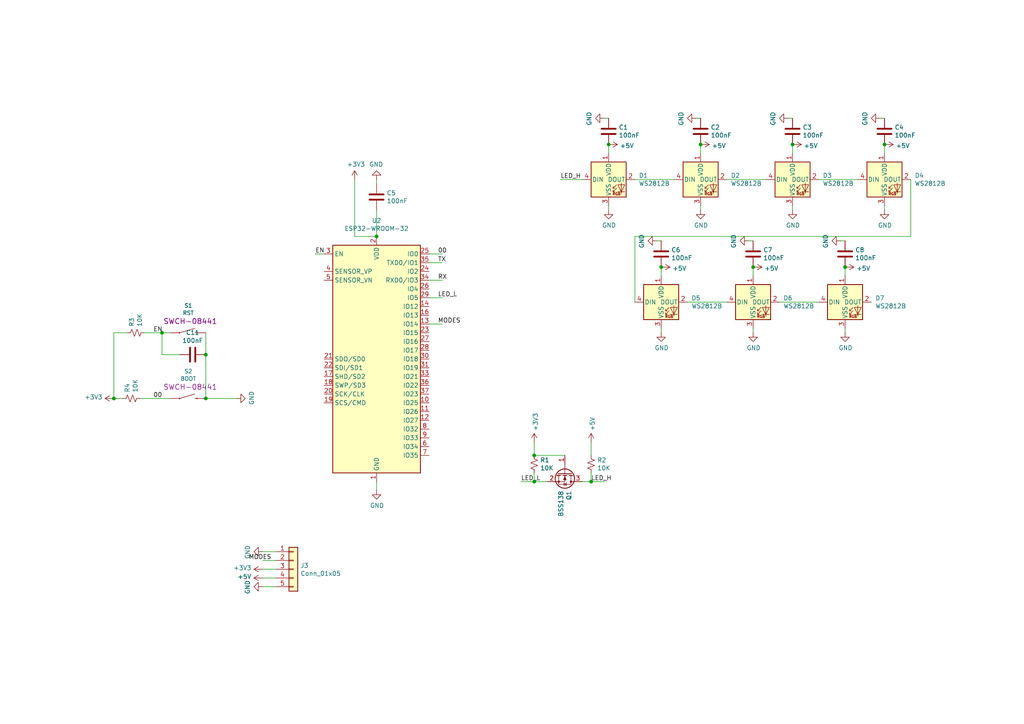
<source format=kicad_sch>
(kicad_sch (version 20211123) (generator eeschema)

  (uuid 9031bb33-c6aa-4758-bf5c-3274ed3ebab7)

  (paper "A4")

  (lib_symbols
    (symbol "Connector_Generic:Conn_01x05" (pin_names (offset 1.016) hide) (in_bom yes) (on_board yes)
      (property "Reference" "J" (id 0) (at 0 7.62 0)
        (effects (font (size 1.27 1.27)))
      )
      (property "Value" "Conn_01x05" (id 1) (at 0 -7.62 0)
        (effects (font (size 1.27 1.27)))
      )
      (property "Footprint" "" (id 2) (at 0 0 0)
        (effects (font (size 1.27 1.27)) hide)
      )
      (property "Datasheet" "~" (id 3) (at 0 0 0)
        (effects (font (size 1.27 1.27)) hide)
      )
      (property "ki_keywords" "connector" (id 4) (at 0 0 0)
        (effects (font (size 1.27 1.27)) hide)
      )
      (property "ki_description" "Generic connector, single row, 01x05, script generated (kicad-library-utils/schlib/autogen/connector/)" (id 5) (at 0 0 0)
        (effects (font (size 1.27 1.27)) hide)
      )
      (property "ki_fp_filters" "Connector*:*_1x??_*" (id 6) (at 0 0 0)
        (effects (font (size 1.27 1.27)) hide)
      )
      (symbol "Conn_01x05_1_1"
        (rectangle (start -1.27 -4.953) (end 0 -5.207)
          (stroke (width 0.1524) (type default) (color 0 0 0 0))
          (fill (type none))
        )
        (rectangle (start -1.27 -2.413) (end 0 -2.667)
          (stroke (width 0.1524) (type default) (color 0 0 0 0))
          (fill (type none))
        )
        (rectangle (start -1.27 0.127) (end 0 -0.127)
          (stroke (width 0.1524) (type default) (color 0 0 0 0))
          (fill (type none))
        )
        (rectangle (start -1.27 2.667) (end 0 2.413)
          (stroke (width 0.1524) (type default) (color 0 0 0 0))
          (fill (type none))
        )
        (rectangle (start -1.27 5.207) (end 0 4.953)
          (stroke (width 0.1524) (type default) (color 0 0 0 0))
          (fill (type none))
        )
        (rectangle (start -1.27 6.35) (end 1.27 -6.35)
          (stroke (width 0.254) (type default) (color 0 0 0 0))
          (fill (type background))
        )
        (pin passive line (at -5.08 5.08 0) (length 3.81)
          (name "Pin_1" (effects (font (size 1.27 1.27))))
          (number "1" (effects (font (size 1.27 1.27))))
        )
        (pin passive line (at -5.08 2.54 0) (length 3.81)
          (name "Pin_2" (effects (font (size 1.27 1.27))))
          (number "2" (effects (font (size 1.27 1.27))))
        )
        (pin passive line (at -5.08 0 0) (length 3.81)
          (name "Pin_3" (effects (font (size 1.27 1.27))))
          (number "3" (effects (font (size 1.27 1.27))))
        )
        (pin passive line (at -5.08 -2.54 0) (length 3.81)
          (name "Pin_4" (effects (font (size 1.27 1.27))))
          (number "4" (effects (font (size 1.27 1.27))))
        )
        (pin passive line (at -5.08 -5.08 0) (length 3.81)
          (name "Pin_5" (effects (font (size 1.27 1.27))))
          (number "5" (effects (font (size 1.27 1.27))))
        )
      )
    )
    (symbol "Device:C" (pin_numbers hide) (pin_names (offset 0.254)) (in_bom yes) (on_board yes)
      (property "Reference" "C" (id 0) (at 0.635 2.54 0)
        (effects (font (size 1.27 1.27)) (justify left))
      )
      (property "Value" "C" (id 1) (at 0.635 -2.54 0)
        (effects (font (size 1.27 1.27)) (justify left))
      )
      (property "Footprint" "" (id 2) (at 0.9652 -3.81 0)
        (effects (font (size 1.27 1.27)) hide)
      )
      (property "Datasheet" "~" (id 3) (at 0 0 0)
        (effects (font (size 1.27 1.27)) hide)
      )
      (property "ki_keywords" "cap capacitor" (id 4) (at 0 0 0)
        (effects (font (size 1.27 1.27)) hide)
      )
      (property "ki_description" "Unpolarized capacitor" (id 5) (at 0 0 0)
        (effects (font (size 1.27 1.27)) hide)
      )
      (property "ki_fp_filters" "C_*" (id 6) (at 0 0 0)
        (effects (font (size 1.27 1.27)) hide)
      )
      (symbol "C_0_1"
        (polyline
          (pts
            (xy -2.032 -0.762)
            (xy 2.032 -0.762)
          )
          (stroke (width 0.508) (type default) (color 0 0 0 0))
          (fill (type none))
        )
        (polyline
          (pts
            (xy -2.032 0.762)
            (xy 2.032 0.762)
          )
          (stroke (width 0.508) (type default) (color 0 0 0 0))
          (fill (type none))
        )
      )
      (symbol "C_1_1"
        (pin passive line (at 0 3.81 270) (length 2.794)
          (name "~" (effects (font (size 1.27 1.27))))
          (number "1" (effects (font (size 1.27 1.27))))
        )
        (pin passive line (at 0 -3.81 90) (length 2.794)
          (name "~" (effects (font (size 1.27 1.27))))
          (number "2" (effects (font (size 1.27 1.27))))
        )
      )
    )
    (symbol "Device:R_Small_US" (pin_numbers hide) (pin_names (offset 0.254) hide) (in_bom yes) (on_board yes)
      (property "Reference" "R" (id 0) (at 0.762 0.508 0)
        (effects (font (size 1.27 1.27)) (justify left))
      )
      (property "Value" "R_Small_US" (id 1) (at 0.762 -1.016 0)
        (effects (font (size 1.27 1.27)) (justify left))
      )
      (property "Footprint" "" (id 2) (at 0 0 0)
        (effects (font (size 1.27 1.27)) hide)
      )
      (property "Datasheet" "~" (id 3) (at 0 0 0)
        (effects (font (size 1.27 1.27)) hide)
      )
      (property "ki_keywords" "r resistor" (id 4) (at 0 0 0)
        (effects (font (size 1.27 1.27)) hide)
      )
      (property "ki_description" "Resistor, small US symbol" (id 5) (at 0 0 0)
        (effects (font (size 1.27 1.27)) hide)
      )
      (property "ki_fp_filters" "R_*" (id 6) (at 0 0 0)
        (effects (font (size 1.27 1.27)) hide)
      )
      (symbol "R_Small_US_1_1"
        (polyline
          (pts
            (xy 0 0)
            (xy 1.016 -0.381)
            (xy 0 -0.762)
            (xy -1.016 -1.143)
            (xy 0 -1.524)
          )
          (stroke (width 0) (type default) (color 0 0 0 0))
          (fill (type none))
        )
        (polyline
          (pts
            (xy 0 1.524)
            (xy 1.016 1.143)
            (xy 0 0.762)
            (xy -1.016 0.381)
            (xy 0 0)
          )
          (stroke (width 0) (type default) (color 0 0 0 0))
          (fill (type none))
        )
        (pin passive line (at 0 2.54 270) (length 1.016)
          (name "~" (effects (font (size 1.27 1.27))))
          (number "1" (effects (font (size 1.27 1.27))))
        )
        (pin passive line (at 0 -2.54 90) (length 1.016)
          (name "~" (effects (font (size 1.27 1.27))))
          (number "2" (effects (font (size 1.27 1.27))))
        )
      )
    )
    (symbol "LED:WS2812B" (pin_names (offset 0.254)) (in_bom yes) (on_board yes)
      (property "Reference" "D" (id 0) (at 5.08 5.715 0)
        (effects (font (size 1.27 1.27)) (justify right bottom))
      )
      (property "Value" "WS2812B" (id 1) (at 1.27 -5.715 0)
        (effects (font (size 1.27 1.27)) (justify left top))
      )
      (property "Footprint" "LED_SMD:LED_WS2812B_PLCC4_5.0x5.0mm_P3.2mm" (id 2) (at 1.27 -7.62 0)
        (effects (font (size 1.27 1.27)) (justify left top) hide)
      )
      (property "Datasheet" "https://cdn-shop.adafruit.com/datasheets/WS2812B.pdf" (id 3) (at 2.54 -9.525 0)
        (effects (font (size 1.27 1.27)) (justify left top) hide)
      )
      (property "ki_keywords" "RGB LED NeoPixel addressable" (id 4) (at 0 0 0)
        (effects (font (size 1.27 1.27)) hide)
      )
      (property "ki_description" "RGB LED with integrated controller" (id 5) (at 0 0 0)
        (effects (font (size 1.27 1.27)) hide)
      )
      (property "ki_fp_filters" "LED*WS2812*PLCC*5.0x5.0mm*P3.2mm*" (id 6) (at 0 0 0)
        (effects (font (size 1.27 1.27)) hide)
      )
      (symbol "WS2812B_0_0"
        (text "RGB" (at 2.286 -4.191 0)
          (effects (font (size 0.762 0.762)))
        )
      )
      (symbol "WS2812B_0_1"
        (polyline
          (pts
            (xy 1.27 -3.556)
            (xy 1.778 -3.556)
          )
          (stroke (width 0) (type default) (color 0 0 0 0))
          (fill (type none))
        )
        (polyline
          (pts
            (xy 1.27 -2.54)
            (xy 1.778 -2.54)
          )
          (stroke (width 0) (type default) (color 0 0 0 0))
          (fill (type none))
        )
        (polyline
          (pts
            (xy 4.699 -3.556)
            (xy 2.667 -3.556)
          )
          (stroke (width 0) (type default) (color 0 0 0 0))
          (fill (type none))
        )
        (polyline
          (pts
            (xy 2.286 -2.54)
            (xy 1.27 -3.556)
            (xy 1.27 -3.048)
          )
          (stroke (width 0) (type default) (color 0 0 0 0))
          (fill (type none))
        )
        (polyline
          (pts
            (xy 2.286 -1.524)
            (xy 1.27 -2.54)
            (xy 1.27 -2.032)
          )
          (stroke (width 0) (type default) (color 0 0 0 0))
          (fill (type none))
        )
        (polyline
          (pts
            (xy 3.683 -1.016)
            (xy 3.683 -3.556)
            (xy 3.683 -4.064)
          )
          (stroke (width 0) (type default) (color 0 0 0 0))
          (fill (type none))
        )
        (polyline
          (pts
            (xy 4.699 -1.524)
            (xy 2.667 -1.524)
            (xy 3.683 -3.556)
            (xy 4.699 -1.524)
          )
          (stroke (width 0) (type default) (color 0 0 0 0))
          (fill (type none))
        )
        (rectangle (start 5.08 5.08) (end -5.08 -5.08)
          (stroke (width 0.254) (type default) (color 0 0 0 0))
          (fill (type background))
        )
      )
      (symbol "WS2812B_1_1"
        (pin power_in line (at 0 7.62 270) (length 2.54)
          (name "VDD" (effects (font (size 1.27 1.27))))
          (number "1" (effects (font (size 1.27 1.27))))
        )
        (pin output line (at 7.62 0 180) (length 2.54)
          (name "DOUT" (effects (font (size 1.27 1.27))))
          (number "2" (effects (font (size 1.27 1.27))))
        )
        (pin power_in line (at 0 -7.62 90) (length 2.54)
          (name "VSS" (effects (font (size 1.27 1.27))))
          (number "3" (effects (font (size 1.27 1.27))))
        )
        (pin input line (at -7.62 0 0) (length 2.54)
          (name "DIN" (effects (font (size 1.27 1.27))))
          (number "4" (effects (font (size 1.27 1.27))))
        )
      )
    )
    (symbol "RF_Module:ESP32-WROOM-32" (in_bom yes) (on_board yes)
      (property "Reference" "U" (id 0) (at -12.7 34.29 0)
        (effects (font (size 1.27 1.27)) (justify left))
      )
      (property "Value" "ESP32-WROOM-32" (id 1) (at 1.27 34.29 0)
        (effects (font (size 1.27 1.27)) (justify left))
      )
      (property "Footprint" "RF_Module:ESP32-WROOM-32" (id 2) (at 0 -38.1 0)
        (effects (font (size 1.27 1.27)) hide)
      )
      (property "Datasheet" "https://www.espressif.com/sites/default/files/documentation/esp32-wroom-32_datasheet_en.pdf" (id 3) (at -7.62 1.27 0)
        (effects (font (size 1.27 1.27)) hide)
      )
      (property "ki_keywords" "RF Radio BT ESP ESP32 Espressif onboard PCB antenna" (id 4) (at 0 0 0)
        (effects (font (size 1.27 1.27)) hide)
      )
      (property "ki_description" "RF Module, ESP32-D0WDQ6 SoC, Wi-Fi 802.11b/g/n, Bluetooth, BLE, 32-bit, 2.7-3.6V, onboard antenna, SMD" (id 5) (at 0 0 0)
        (effects (font (size 1.27 1.27)) hide)
      )
      (property "ki_fp_filters" "ESP32?WROOM?32*" (id 6) (at 0 0 0)
        (effects (font (size 1.27 1.27)) hide)
      )
      (symbol "ESP32-WROOM-32_0_1"
        (rectangle (start -12.7 33.02) (end 12.7 -33.02)
          (stroke (width 0.254) (type default) (color 0 0 0 0))
          (fill (type background))
        )
      )
      (symbol "ESP32-WROOM-32_1_1"
        (pin power_in line (at 0 -35.56 90) (length 2.54)
          (name "GND" (effects (font (size 1.27 1.27))))
          (number "1" (effects (font (size 1.27 1.27))))
        )
        (pin bidirectional line (at 15.24 -12.7 180) (length 2.54)
          (name "IO25" (effects (font (size 1.27 1.27))))
          (number "10" (effects (font (size 1.27 1.27))))
        )
        (pin bidirectional line (at 15.24 -15.24 180) (length 2.54)
          (name "IO26" (effects (font (size 1.27 1.27))))
          (number "11" (effects (font (size 1.27 1.27))))
        )
        (pin bidirectional line (at 15.24 -17.78 180) (length 2.54)
          (name "IO27" (effects (font (size 1.27 1.27))))
          (number "12" (effects (font (size 1.27 1.27))))
        )
        (pin bidirectional line (at 15.24 10.16 180) (length 2.54)
          (name "IO14" (effects (font (size 1.27 1.27))))
          (number "13" (effects (font (size 1.27 1.27))))
        )
        (pin bidirectional line (at 15.24 15.24 180) (length 2.54)
          (name "IO12" (effects (font (size 1.27 1.27))))
          (number "14" (effects (font (size 1.27 1.27))))
        )
        (pin passive line (at 0 -35.56 90) (length 2.54) hide
          (name "GND" (effects (font (size 1.27 1.27))))
          (number "15" (effects (font (size 1.27 1.27))))
        )
        (pin bidirectional line (at 15.24 12.7 180) (length 2.54)
          (name "IO13" (effects (font (size 1.27 1.27))))
          (number "16" (effects (font (size 1.27 1.27))))
        )
        (pin bidirectional line (at -15.24 -5.08 0) (length 2.54)
          (name "SHD/SD2" (effects (font (size 1.27 1.27))))
          (number "17" (effects (font (size 1.27 1.27))))
        )
        (pin bidirectional line (at -15.24 -7.62 0) (length 2.54)
          (name "SWP/SD3" (effects (font (size 1.27 1.27))))
          (number "18" (effects (font (size 1.27 1.27))))
        )
        (pin bidirectional line (at -15.24 -12.7 0) (length 2.54)
          (name "SCS/CMD" (effects (font (size 1.27 1.27))))
          (number "19" (effects (font (size 1.27 1.27))))
        )
        (pin power_in line (at 0 35.56 270) (length 2.54)
          (name "VDD" (effects (font (size 1.27 1.27))))
          (number "2" (effects (font (size 1.27 1.27))))
        )
        (pin bidirectional line (at -15.24 -10.16 0) (length 2.54)
          (name "SCK/CLK" (effects (font (size 1.27 1.27))))
          (number "20" (effects (font (size 1.27 1.27))))
        )
        (pin bidirectional line (at -15.24 0 0) (length 2.54)
          (name "SDO/SD0" (effects (font (size 1.27 1.27))))
          (number "21" (effects (font (size 1.27 1.27))))
        )
        (pin bidirectional line (at -15.24 -2.54 0) (length 2.54)
          (name "SDI/SD1" (effects (font (size 1.27 1.27))))
          (number "22" (effects (font (size 1.27 1.27))))
        )
        (pin bidirectional line (at 15.24 7.62 180) (length 2.54)
          (name "IO15" (effects (font (size 1.27 1.27))))
          (number "23" (effects (font (size 1.27 1.27))))
        )
        (pin bidirectional line (at 15.24 25.4 180) (length 2.54)
          (name "IO2" (effects (font (size 1.27 1.27))))
          (number "24" (effects (font (size 1.27 1.27))))
        )
        (pin bidirectional line (at 15.24 30.48 180) (length 2.54)
          (name "IO0" (effects (font (size 1.27 1.27))))
          (number "25" (effects (font (size 1.27 1.27))))
        )
        (pin bidirectional line (at 15.24 20.32 180) (length 2.54)
          (name "IO4" (effects (font (size 1.27 1.27))))
          (number "26" (effects (font (size 1.27 1.27))))
        )
        (pin bidirectional line (at 15.24 5.08 180) (length 2.54)
          (name "IO16" (effects (font (size 1.27 1.27))))
          (number "27" (effects (font (size 1.27 1.27))))
        )
        (pin bidirectional line (at 15.24 2.54 180) (length 2.54)
          (name "IO17" (effects (font (size 1.27 1.27))))
          (number "28" (effects (font (size 1.27 1.27))))
        )
        (pin bidirectional line (at 15.24 17.78 180) (length 2.54)
          (name "IO5" (effects (font (size 1.27 1.27))))
          (number "29" (effects (font (size 1.27 1.27))))
        )
        (pin input line (at -15.24 30.48 0) (length 2.54)
          (name "EN" (effects (font (size 1.27 1.27))))
          (number "3" (effects (font (size 1.27 1.27))))
        )
        (pin bidirectional line (at 15.24 0 180) (length 2.54)
          (name "IO18" (effects (font (size 1.27 1.27))))
          (number "30" (effects (font (size 1.27 1.27))))
        )
        (pin bidirectional line (at 15.24 -2.54 180) (length 2.54)
          (name "IO19" (effects (font (size 1.27 1.27))))
          (number "31" (effects (font (size 1.27 1.27))))
        )
        (pin no_connect line (at -12.7 -27.94 0) (length 2.54) hide
          (name "NC" (effects (font (size 1.27 1.27))))
          (number "32" (effects (font (size 1.27 1.27))))
        )
        (pin bidirectional line (at 15.24 -5.08 180) (length 2.54)
          (name "IO21" (effects (font (size 1.27 1.27))))
          (number "33" (effects (font (size 1.27 1.27))))
        )
        (pin bidirectional line (at 15.24 22.86 180) (length 2.54)
          (name "RXD0/IO3" (effects (font (size 1.27 1.27))))
          (number "34" (effects (font (size 1.27 1.27))))
        )
        (pin bidirectional line (at 15.24 27.94 180) (length 2.54)
          (name "TXD0/IO1" (effects (font (size 1.27 1.27))))
          (number "35" (effects (font (size 1.27 1.27))))
        )
        (pin bidirectional line (at 15.24 -7.62 180) (length 2.54)
          (name "IO22" (effects (font (size 1.27 1.27))))
          (number "36" (effects (font (size 1.27 1.27))))
        )
        (pin bidirectional line (at 15.24 -10.16 180) (length 2.54)
          (name "IO23" (effects (font (size 1.27 1.27))))
          (number "37" (effects (font (size 1.27 1.27))))
        )
        (pin passive line (at 0 -35.56 90) (length 2.54) hide
          (name "GND" (effects (font (size 1.27 1.27))))
          (number "38" (effects (font (size 1.27 1.27))))
        )
        (pin passive line (at 0 -35.56 90) (length 2.54) hide
          (name "GND" (effects (font (size 1.27 1.27))))
          (number "39" (effects (font (size 1.27 1.27))))
        )
        (pin input line (at -15.24 25.4 0) (length 2.54)
          (name "SENSOR_VP" (effects (font (size 1.27 1.27))))
          (number "4" (effects (font (size 1.27 1.27))))
        )
        (pin input line (at -15.24 22.86 0) (length 2.54)
          (name "SENSOR_VN" (effects (font (size 1.27 1.27))))
          (number "5" (effects (font (size 1.27 1.27))))
        )
        (pin input line (at 15.24 -25.4 180) (length 2.54)
          (name "IO34" (effects (font (size 1.27 1.27))))
          (number "6" (effects (font (size 1.27 1.27))))
        )
        (pin input line (at 15.24 -27.94 180) (length 2.54)
          (name "IO35" (effects (font (size 1.27 1.27))))
          (number "7" (effects (font (size 1.27 1.27))))
        )
        (pin bidirectional line (at 15.24 -20.32 180) (length 2.54)
          (name "IO32" (effects (font (size 1.27 1.27))))
          (number "8" (effects (font (size 1.27 1.27))))
        )
        (pin bidirectional line (at 15.24 -22.86 180) (length 2.54)
          (name "IO33" (effects (font (size 1.27 1.27))))
          (number "9" (effects (font (size 1.27 1.27))))
        )
      )
    )
    (symbol "SparkFun-Switches:MOMENTARY-SWITCH-SPST-PTH-6.0MM" (pin_numbers hide) (pin_names (offset 1.016) hide) (in_bom yes) (on_board yes)
      (property "Reference" "S" (id 0) (at -5.08 2.54 0)
        (effects (font (size 1.143 1.143)) (justify left bottom))
      )
      (property "Value" "SparkFun-Switches_MOMENTARY-SWITCH-SPST-PTH-6.0MM" (id 1) (at -5.08 -2.54 0)
        (effects (font (size 1.143 1.143)) (justify left bottom))
      )
      (property "Footprint" "TACTILE_SWITCH_PTH_6.0MM" (id 2) (at 0 5.08 0)
        (effects (font (size 0.508 0.508)) hide)
      )
      (property "Datasheet" "" (id 3) (at 0 0 0)
        (effects (font (size 1.27 1.27)) hide)
      )
      (property "Field4" " SWCH-08441" (id 4) (at 0 6.35 0)
        (effects (font (size 1.524 1.524)))
      )
      (property "ki_locked" "" (id 5) (at 0 0 0)
        (effects (font (size 1.27 1.27)))
      )
      (property "ki_fp_filters" "*TACTILE_SWITCH_PTH_6.0MM* *TACTILE_SWITCH_PTH_6.0MM_KIT* *TACTILE_SWITCH_PTH_12MM* *TACTILE_SWITCH_SMD_5.2MM* *TACTILE_SWITCH_SMD_12MM*" (id 6) (at 0 0 0)
        (effects (font (size 1.27 1.27)) hide)
      )
      (symbol "MOMENTARY-SWITCH-SPST-PTH-6.0MM_1_0"
        (polyline
          (pts
            (xy -2.54 0)
            (xy 1.905 1.27)
          )
          (stroke (width 0) (type default) (color 0 0 0 0))
          (fill (type none))
        )
        (polyline
          (pts
            (xy 1.905 0)
            (xy 2.54 0)
          )
          (stroke (width 0) (type default) (color 0 0 0 0))
          (fill (type none))
        )
      )
      (symbol "MOMENTARY-SWITCH-SPST-PTH-6.0MM_1_1"
        (circle (center -2.54 0) (radius 0.127)
          (stroke (width 0) (type default) (color 0 0 0 0))
          (fill (type outline))
        )
        (circle (center 2.54 0) (radius 0.127)
          (stroke (width 0) (type default) (color 0 0 0 0))
          (fill (type outline))
        )
        (pin passive line (at -5.08 0 0) (length 2.54)
          (name "1" (effects (font (size 1.016 1.016))))
          (number "1" (effects (font (size 1.016 1.016))))
        )
        (pin passive line (at 5.08 0 180) (length 2.54)
          (name "2" (effects (font (size 1.016 1.016))))
          (number "2" (effects (font (size 1.016 1.016))))
        )
      )
    )
    (symbol "Transistor_FET:BSS138" (pin_names hide) (in_bom yes) (on_board yes)
      (property "Reference" "Q" (id 0) (at 5.08 1.905 0)
        (effects (font (size 1.27 1.27)) (justify left))
      )
      (property "Value" "BSS138" (id 1) (at 5.08 0 0)
        (effects (font (size 1.27 1.27)) (justify left))
      )
      (property "Footprint" "Package_TO_SOT_SMD:SOT-23" (id 2) (at 5.08 -1.905 0)
        (effects (font (size 1.27 1.27) italic) (justify left) hide)
      )
      (property "Datasheet" "https://www.onsemi.com/pub/Collateral/BSS138-D.PDF" (id 3) (at 0 0 0)
        (effects (font (size 1.27 1.27)) (justify left) hide)
      )
      (property "ki_keywords" "N-Channel MOSFET" (id 4) (at 0 0 0)
        (effects (font (size 1.27 1.27)) hide)
      )
      (property "ki_description" "50V Vds, 0.22A Id, N-Channel MOSFET, SOT-23" (id 5) (at 0 0 0)
        (effects (font (size 1.27 1.27)) hide)
      )
      (property "ki_fp_filters" "SOT?23*" (id 6) (at 0 0 0)
        (effects (font (size 1.27 1.27)) hide)
      )
      (symbol "BSS138_0_1"
        (polyline
          (pts
            (xy 0.254 0)
            (xy -2.54 0)
          )
          (stroke (width 0) (type default) (color 0 0 0 0))
          (fill (type none))
        )
        (polyline
          (pts
            (xy 0.254 1.905)
            (xy 0.254 -1.905)
          )
          (stroke (width 0.254) (type default) (color 0 0 0 0))
          (fill (type none))
        )
        (polyline
          (pts
            (xy 0.762 -1.27)
            (xy 0.762 -2.286)
          )
          (stroke (width 0.254) (type default) (color 0 0 0 0))
          (fill (type none))
        )
        (polyline
          (pts
            (xy 0.762 0.508)
            (xy 0.762 -0.508)
          )
          (stroke (width 0.254) (type default) (color 0 0 0 0))
          (fill (type none))
        )
        (polyline
          (pts
            (xy 0.762 2.286)
            (xy 0.762 1.27)
          )
          (stroke (width 0.254) (type default) (color 0 0 0 0))
          (fill (type none))
        )
        (polyline
          (pts
            (xy 2.54 2.54)
            (xy 2.54 1.778)
          )
          (stroke (width 0) (type default) (color 0 0 0 0))
          (fill (type none))
        )
        (polyline
          (pts
            (xy 2.54 -2.54)
            (xy 2.54 0)
            (xy 0.762 0)
          )
          (stroke (width 0) (type default) (color 0 0 0 0))
          (fill (type none))
        )
        (polyline
          (pts
            (xy 0.762 -1.778)
            (xy 3.302 -1.778)
            (xy 3.302 1.778)
            (xy 0.762 1.778)
          )
          (stroke (width 0) (type default) (color 0 0 0 0))
          (fill (type none))
        )
        (polyline
          (pts
            (xy 1.016 0)
            (xy 2.032 0.381)
            (xy 2.032 -0.381)
            (xy 1.016 0)
          )
          (stroke (width 0) (type default) (color 0 0 0 0))
          (fill (type outline))
        )
        (polyline
          (pts
            (xy 2.794 0.508)
            (xy 2.921 0.381)
            (xy 3.683 0.381)
            (xy 3.81 0.254)
          )
          (stroke (width 0) (type default) (color 0 0 0 0))
          (fill (type none))
        )
        (polyline
          (pts
            (xy 3.302 0.381)
            (xy 2.921 -0.254)
            (xy 3.683 -0.254)
            (xy 3.302 0.381)
          )
          (stroke (width 0) (type default) (color 0 0 0 0))
          (fill (type none))
        )
        (circle (center 1.651 0) (radius 2.794)
          (stroke (width 0.254) (type default) (color 0 0 0 0))
          (fill (type none))
        )
        (circle (center 2.54 -1.778) (radius 0.254)
          (stroke (width 0) (type default) (color 0 0 0 0))
          (fill (type outline))
        )
        (circle (center 2.54 1.778) (radius 0.254)
          (stroke (width 0) (type default) (color 0 0 0 0))
          (fill (type outline))
        )
      )
      (symbol "BSS138_1_1"
        (pin input line (at -5.08 0 0) (length 2.54)
          (name "G" (effects (font (size 1.27 1.27))))
          (number "1" (effects (font (size 1.27 1.27))))
        )
        (pin passive line (at 2.54 -5.08 90) (length 2.54)
          (name "S" (effects (font (size 1.27 1.27))))
          (number "2" (effects (font (size 1.27 1.27))))
        )
        (pin passive line (at 2.54 5.08 270) (length 2.54)
          (name "D" (effects (font (size 1.27 1.27))))
          (number "3" (effects (font (size 1.27 1.27))))
        )
      )
    )
    (symbol "power:+3.3V" (power) (pin_names (offset 0)) (in_bom yes) (on_board yes)
      (property "Reference" "#PWR" (id 0) (at 0 -3.81 0)
        (effects (font (size 1.27 1.27)) hide)
      )
      (property "Value" "+3.3V" (id 1) (at 0 3.556 0)
        (effects (font (size 1.27 1.27)))
      )
      (property "Footprint" "" (id 2) (at 0 0 0)
        (effects (font (size 1.27 1.27)) hide)
      )
      (property "Datasheet" "" (id 3) (at 0 0 0)
        (effects (font (size 1.27 1.27)) hide)
      )
      (property "ki_keywords" "power-flag" (id 4) (at 0 0 0)
        (effects (font (size 1.27 1.27)) hide)
      )
      (property "ki_description" "Power symbol creates a global label with name \"+3.3V\"" (id 5) (at 0 0 0)
        (effects (font (size 1.27 1.27)) hide)
      )
      (symbol "+3.3V_0_1"
        (polyline
          (pts
            (xy -0.762 1.27)
            (xy 0 2.54)
          )
          (stroke (width 0) (type default) (color 0 0 0 0))
          (fill (type none))
        )
        (polyline
          (pts
            (xy 0 0)
            (xy 0 2.54)
          )
          (stroke (width 0) (type default) (color 0 0 0 0))
          (fill (type none))
        )
        (polyline
          (pts
            (xy 0 2.54)
            (xy 0.762 1.27)
          )
          (stroke (width 0) (type default) (color 0 0 0 0))
          (fill (type none))
        )
      )
      (symbol "+3.3V_1_1"
        (pin power_in line (at 0 0 90) (length 0) hide
          (name "+3V3" (effects (font (size 1.27 1.27))))
          (number "1" (effects (font (size 1.27 1.27))))
        )
      )
    )
    (symbol "power:+5V" (power) (pin_names (offset 0)) (in_bom yes) (on_board yes)
      (property "Reference" "#PWR" (id 0) (at 0 -3.81 0)
        (effects (font (size 1.27 1.27)) hide)
      )
      (property "Value" "+5V" (id 1) (at 0 3.556 0)
        (effects (font (size 1.27 1.27)))
      )
      (property "Footprint" "" (id 2) (at 0 0 0)
        (effects (font (size 1.27 1.27)) hide)
      )
      (property "Datasheet" "" (id 3) (at 0 0 0)
        (effects (font (size 1.27 1.27)) hide)
      )
      (property "ki_keywords" "power-flag" (id 4) (at 0 0 0)
        (effects (font (size 1.27 1.27)) hide)
      )
      (property "ki_description" "Power symbol creates a global label with name \"+5V\"" (id 5) (at 0 0 0)
        (effects (font (size 1.27 1.27)) hide)
      )
      (symbol "+5V_0_1"
        (polyline
          (pts
            (xy -0.762 1.27)
            (xy 0 2.54)
          )
          (stroke (width 0) (type default) (color 0 0 0 0))
          (fill (type none))
        )
        (polyline
          (pts
            (xy 0 0)
            (xy 0 2.54)
          )
          (stroke (width 0) (type default) (color 0 0 0 0))
          (fill (type none))
        )
        (polyline
          (pts
            (xy 0 2.54)
            (xy 0.762 1.27)
          )
          (stroke (width 0) (type default) (color 0 0 0 0))
          (fill (type none))
        )
      )
      (symbol "+5V_1_1"
        (pin power_in line (at 0 0 90) (length 0) hide
          (name "+5V" (effects (font (size 1.27 1.27))))
          (number "1" (effects (font (size 1.27 1.27))))
        )
      )
    )
    (symbol "power:GND" (power) (pin_names (offset 0)) (in_bom yes) (on_board yes)
      (property "Reference" "#PWR" (id 0) (at 0 -6.35 0)
        (effects (font (size 1.27 1.27)) hide)
      )
      (property "Value" "GND" (id 1) (at 0 -3.81 0)
        (effects (font (size 1.27 1.27)))
      )
      (property "Footprint" "" (id 2) (at 0 0 0)
        (effects (font (size 1.27 1.27)) hide)
      )
      (property "Datasheet" "" (id 3) (at 0 0 0)
        (effects (font (size 1.27 1.27)) hide)
      )
      (property "ki_keywords" "power-flag" (id 4) (at 0 0 0)
        (effects (font (size 1.27 1.27)) hide)
      )
      (property "ki_description" "Power symbol creates a global label with name \"GND\" , ground" (id 5) (at 0 0 0)
        (effects (font (size 1.27 1.27)) hide)
      )
      (symbol "GND_0_1"
        (polyline
          (pts
            (xy 0 0)
            (xy 0 -1.27)
            (xy 1.27 -1.27)
            (xy 0 -2.54)
            (xy -1.27 -1.27)
            (xy 0 -1.27)
          )
          (stroke (width 0) (type default) (color 0 0 0 0))
          (fill (type none))
        )
      )
      (symbol "GND_1_1"
        (pin power_in line (at 0 0 270) (length 0) hide
          (name "GND" (effects (font (size 1.27 1.27))))
          (number "1" (effects (font (size 1.27 1.27))))
        )
      )
    )
  )

  (junction (at 218.44 77.47) (diameter 0) (color 0 0 0 0)
    (uuid 14094ad2-b562-4efa-8c6f-51d7a3134345)
  )
  (junction (at 171.45 139.7) (diameter 0) (color 0 0 0 0)
    (uuid 1bdd5841-68b7-42e2-9447-cbdb608d8a08)
  )
  (junction (at 59.69 115.57) (diameter 0) (color 0 0 0 0)
    (uuid 25bc3602-3fb4-4a04-94e3-21ba22562c24)
  )
  (junction (at 33.02 115.57) (diameter 0) (color 0 0 0 0)
    (uuid 430d6d73-9de6-41ca-b788-178d709f4aae)
  )
  (junction (at 59.69 102.87) (diameter 0) (color 0 0 0 0)
    (uuid 44035e53-ff94-45ad-801f-55a1ce042a0d)
  )
  (junction (at 191.77 77.47) (diameter 0) (color 0 0 0 0)
    (uuid 590fefcc-03e7-45d6-b6c9-e51a7c3c36c4)
  )
  (junction (at 203.2 41.91) (diameter 0) (color 0 0 0 0)
    (uuid 5ff19d63-2cb4-438b-93c4-e66d37a05329)
  )
  (junction (at 229.87 41.91) (diameter 0) (color 0 0 0 0)
    (uuid 637f12be-fa48-4ce4-96b2-04c21a8795c8)
  )
  (junction (at 154.94 132.08) (diameter 0) (color 0 0 0 0)
    (uuid 66bc2bca-dab7-4947-a0ff-403cdaf9fb89)
  )
  (junction (at 154.94 139.7) (diameter 0) (color 0 0 0 0)
    (uuid 955cc99e-a129-42cf-abc7-aa99813fdb5f)
  )
  (junction (at 46.99 96.52) (diameter 0) (color 0 0 0 0)
    (uuid cbde200f-1075-469a-89f8-abbdcf30e36a)
  )
  (junction (at 245.11 77.47) (diameter 0) (color 0 0 0 0)
    (uuid cbebc05a-c4dd-4baf-8c08-196e84e08b27)
  )
  (junction (at 109.22 68.58) (diameter 0) (color 0 0 0 0)
    (uuid e7d81bce-286e-41e4-9181-3511e9c0455e)
  )
  (junction (at 256.54 41.91) (diameter 0) (color 0 0 0 0)
    (uuid f7447e92-4293-41c4-be3f-69b30aad1f17)
  )
  (junction (at 176.53 41.91) (diameter 0) (color 0 0 0 0)
    (uuid fa00d3f4-bb71-4b1d-aa40-ae9267e2c41f)
  )

  (wire (pts (xy 264.16 68.58) (xy 184.15 68.58))
    (stroke (width 0) (type default) (color 0 0 0 0))
    (uuid 01f82238-6335-48fe-8b0a-6853e227345a)
  )
  (wire (pts (xy 171.45 139.7) (xy 175.26 139.7))
    (stroke (width 0) (type default) (color 0 0 0 0))
    (uuid 04cf2f2c-74bf-400d-b4f6-201720df00ed)
  )
  (wire (pts (xy 109.22 53.34) (xy 109.22 52.07))
    (stroke (width 0) (type default) (color 0 0 0 0))
    (uuid 05f2859d-2820-4e84-b395-696011feb13b)
  )
  (wire (pts (xy 175.26 34.29) (xy 176.53 34.29))
    (stroke (width 0) (type default) (color 0 0 0 0))
    (uuid 0cc9bf07-55b9-458f-b8aa-41b2f51fa940)
  )
  (wire (pts (xy 102.87 68.58) (xy 109.22 68.58))
    (stroke (width 0) (type default) (color 0 0 0 0))
    (uuid 0dfdfa9f-1e3f-4e14-b64b-12bde76a80c7)
  )
  (wire (pts (xy 184.15 68.58) (xy 184.15 87.63))
    (stroke (width 0) (type default) (color 0 0 0 0))
    (uuid 0e249018-17e7-42b3-ae5d-5ebf3ae299ae)
  )
  (wire (pts (xy 237.49 52.07) (xy 248.92 52.07))
    (stroke (width 0) (type default) (color 0 0 0 0))
    (uuid 0fafc6b9-fd35-4a55-9270-7a8e7ce3cb13)
  )
  (wire (pts (xy 256.54 44.45) (xy 256.54 41.91))
    (stroke (width 0) (type default) (color 0 0 0 0))
    (uuid 12a24e86-2c38-4685-bba9-fff8dddb4cb0)
  )
  (wire (pts (xy 76.2 167.64) (xy 80.01 167.64))
    (stroke (width 0) (type default) (color 0 0 0 0))
    (uuid 13bbfffc-affb-4b43-9eb1-f2ed90a8a919)
  )
  (wire (pts (xy 191.77 96.52) (xy 191.77 95.25))
    (stroke (width 0) (type default) (color 0 0 0 0))
    (uuid 1e48966e-d29d-4521-8939-ec8ac570431d)
  )
  (wire (pts (xy 201.93 34.29) (xy 203.2 34.29))
    (stroke (width 0) (type default) (color 0 0 0 0))
    (uuid 241e0c85-4796-48eb-a5a0-1c0f2d6e5910)
  )
  (wire (pts (xy 256.54 59.69) (xy 256.54 60.96))
    (stroke (width 0) (type default) (color 0 0 0 0))
    (uuid 24b72b0d-63b8-4e06-89d0-e94dcf39a600)
  )
  (wire (pts (xy 210.82 52.07) (xy 222.25 52.07))
    (stroke (width 0) (type default) (color 0 0 0 0))
    (uuid 27b2eb82-662b-42d8-90e6-830fec4bb8d2)
  )
  (wire (pts (xy 154.94 139.7) (xy 151.13 139.7))
    (stroke (width 0) (type default) (color 0 0 0 0))
    (uuid 2878a73c-5447-4cd9-8194-14f52ab9459c)
  )
  (wire (pts (xy 33.02 96.52) (xy 33.02 115.57))
    (stroke (width 0) (type default) (color 0 0 0 0))
    (uuid 3249bd81-9fd4-4194-9b4f-2e333b2195b8)
  )
  (wire (pts (xy 33.02 96.52) (xy 36.83 96.52))
    (stroke (width 0) (type default) (color 0 0 0 0))
    (uuid 347562f5-b152-4e7b-8a69-40ca6daaaad4)
  )
  (wire (pts (xy 218.44 80.01) (xy 218.44 77.47))
    (stroke (width 0) (type default) (color 0 0 0 0))
    (uuid 35ef9c4a-35f6-467b-a704-b1d9354880cf)
  )
  (wire (pts (xy 228.6 34.29) (xy 229.87 34.29))
    (stroke (width 0) (type default) (color 0 0 0 0))
    (uuid 386ad9e3-71fa-420f-8722-88548b024fc5)
  )
  (wire (pts (xy 109.22 60.96) (xy 109.22 68.58))
    (stroke (width 0) (type default) (color 0 0 0 0))
    (uuid 3a41dd27-ec14-44d5-b505-aad1d829f79a)
  )
  (wire (pts (xy 203.2 44.45) (xy 203.2 41.91))
    (stroke (width 0) (type default) (color 0 0 0 0))
    (uuid 3e0392c0-affc-4114-9de5-1f1cfe79418a)
  )
  (wire (pts (xy 229.87 59.69) (xy 229.87 60.96))
    (stroke (width 0) (type default) (color 0 0 0 0))
    (uuid 4431c0f6-83ea-4eee-95a8-991da2f03ccd)
  )
  (wire (pts (xy 154.94 132.08) (xy 163.83 132.08))
    (stroke (width 0) (type default) (color 0 0 0 0))
    (uuid 44646447-0a8e-4aec-a74e-22bf765d0f33)
  )
  (wire (pts (xy 59.69 115.57) (xy 68.58 115.57))
    (stroke (width 0) (type default) (color 0 0 0 0))
    (uuid 4aa97874-2fd2-414c-b381-9420384c2fd8)
  )
  (wire (pts (xy 154.94 139.7) (xy 158.75 139.7))
    (stroke (width 0) (type default) (color 0 0 0 0))
    (uuid 5701b80f-f006-4814-81c9-0c7f006088a9)
  )
  (wire (pts (xy 102.87 52.07) (xy 102.87 68.58))
    (stroke (width 0) (type default) (color 0 0 0 0))
    (uuid 59cb2966-1e9c-4b3b-b3c8-7499378d8dde)
  )
  (wire (pts (xy 124.46 81.28) (xy 128.27 81.28))
    (stroke (width 0) (type default) (color 0 0 0 0))
    (uuid 59fc765e-1357-4c94-9529-5635418c7d73)
  )
  (wire (pts (xy 162.56 52.07) (xy 168.91 52.07))
    (stroke (width 0) (type default) (color 0 0 0 0))
    (uuid 5d3d7893-1d11-4f1d-9052-85cf0e07d281)
  )
  (wire (pts (xy 218.44 69.85) (xy 217.17 69.85))
    (stroke (width 0) (type default) (color 0 0 0 0))
    (uuid 5d49e9a6-41dd-4072-adde-ef1036c1979b)
  )
  (wire (pts (xy 124.46 93.98) (xy 128.27 93.98))
    (stroke (width 0) (type default) (color 0 0 0 0))
    (uuid 62e8c4d4-266c-4e53-8981-1028251d724c)
  )
  (wire (pts (xy 171.45 137.16) (xy 171.45 139.7))
    (stroke (width 0) (type default) (color 0 0 0 0))
    (uuid 63c56ea4-91a3-4172-b9de-a4388cc8f894)
  )
  (wire (pts (xy 229.87 44.45) (xy 229.87 41.91))
    (stroke (width 0) (type default) (color 0 0 0 0))
    (uuid 6513181c-0a6a-4560-9a18-17450c36ae2a)
  )
  (wire (pts (xy 199.39 87.63) (xy 210.82 87.63))
    (stroke (width 0) (type default) (color 0 0 0 0))
    (uuid 66218487-e316-4467-9eba-79d4626ab24e)
  )
  (wire (pts (xy 46.99 96.52) (xy 49.53 96.52))
    (stroke (width 0) (type default) (color 0 0 0 0))
    (uuid 6a2bcc72-047b-4846-8583-1109e3552669)
  )
  (wire (pts (xy 40.64 115.57) (xy 49.53 115.57))
    (stroke (width 0) (type default) (color 0 0 0 0))
    (uuid 718e5c6d-0e4c-46d8-a149-2f2bfc54c7f1)
  )
  (wire (pts (xy 80.01 170.18) (xy 76.2 170.18))
    (stroke (width 0) (type default) (color 0 0 0 0))
    (uuid 71f8d568-0f23-4ff2-8e60-1600ce517a48)
  )
  (wire (pts (xy 46.99 102.87) (xy 52.07 102.87))
    (stroke (width 0) (type default) (color 0 0 0 0))
    (uuid 775e8983-a723-43c5-bf00-61681f0840f3)
  )
  (wire (pts (xy 264.16 52.07) (xy 264.16 68.58))
    (stroke (width 0) (type default) (color 0 0 0 0))
    (uuid 7c00778a-4692-4f9b-87d5-2d355077ce1e)
  )
  (wire (pts (xy 245.11 69.85) (xy 243.84 69.85))
    (stroke (width 0) (type default) (color 0 0 0 0))
    (uuid 87a1984f-543d-4f2e-ad8a-7a3a24ee6047)
  )
  (wire (pts (xy 184.15 52.07) (xy 195.58 52.07))
    (stroke (width 0) (type default) (color 0 0 0 0))
    (uuid 8b290a17-6328-4178-9131-29524d345539)
  )
  (wire (pts (xy 256.54 34.29) (xy 255.27 34.29))
    (stroke (width 0) (type default) (color 0 0 0 0))
    (uuid 8cb2cd3a-4ef9-4ae5-b6bc-2b1d16f657d6)
  )
  (wire (pts (xy 203.2 59.69) (xy 203.2 60.96))
    (stroke (width 0) (type default) (color 0 0 0 0))
    (uuid 90e761f6-1432-4f73-ad28-fa8869b7ec31)
  )
  (wire (pts (xy 154.94 128.27) (xy 154.94 132.08))
    (stroke (width 0) (type default) (color 0 0 0 0))
    (uuid 9286cf02-1563-41d2-9931-c192c33bab31)
  )
  (wire (pts (xy 124.46 76.2) (xy 128.27 76.2))
    (stroke (width 0) (type default) (color 0 0 0 0))
    (uuid 96db52e2-6336-4f5e-846e-528c594d0509)
  )
  (wire (pts (xy 80.01 165.1) (xy 76.2 165.1))
    (stroke (width 0) (type default) (color 0 0 0 0))
    (uuid 97581b9a-3f6b-4e88-8768-6fdb60e6aca6)
  )
  (wire (pts (xy 124.46 86.36) (xy 128.27 86.36))
    (stroke (width 0) (type default) (color 0 0 0 0))
    (uuid 98fe66f3-ec8b-4515-ae34-617f2124a7ec)
  )
  (wire (pts (xy 154.94 137.16) (xy 154.94 139.7))
    (stroke (width 0) (type default) (color 0 0 0 0))
    (uuid 9b6bb172-1ac4-440a-ac75-c1917d9d59c7)
  )
  (wire (pts (xy 59.69 102.87) (xy 59.69 115.57))
    (stroke (width 0) (type default) (color 0 0 0 0))
    (uuid a0e7a81b-2259-4f8d-8368-ba75f2004714)
  )
  (wire (pts (xy 245.11 96.52) (xy 245.11 95.25))
    (stroke (width 0) (type default) (color 0 0 0 0))
    (uuid a6738794-75ae-48a6-8949-ed8717400d71)
  )
  (wire (pts (xy 176.53 60.96) (xy 176.53 59.69))
    (stroke (width 0) (type default) (color 0 0 0 0))
    (uuid b78cb2c1-ae4b-4d9b-acd8-d7fe342342f2)
  )
  (wire (pts (xy 191.77 80.01) (xy 191.77 77.47))
    (stroke (width 0) (type default) (color 0 0 0 0))
    (uuid b8b961e9-8a60-45fc-999a-a7a3baff4e0d)
  )
  (wire (pts (xy 171.45 139.7) (xy 168.91 139.7))
    (stroke (width 0) (type default) (color 0 0 0 0))
    (uuid c25449d6-d734-4953-b762-98f82a830248)
  )
  (wire (pts (xy 46.99 96.52) (xy 46.99 102.87))
    (stroke (width 0) (type default) (color 0 0 0 0))
    (uuid c873689a-d206-42f5-aead-9199b4d63f51)
  )
  (wire (pts (xy 191.77 69.85) (xy 190.5 69.85))
    (stroke (width 0) (type default) (color 0 0 0 0))
    (uuid c8ab8246-b2bb-4b06-b45e-2548482466fd)
  )
  (wire (pts (xy 80.01 162.56) (xy 76.2 162.56))
    (stroke (width 0) (type default) (color 0 0 0 0))
    (uuid ca5b6af8-ca05-4338-b852-b51f2b49b1db)
  )
  (wire (pts (xy 33.02 115.57) (xy 35.56 115.57))
    (stroke (width 0) (type default) (color 0 0 0 0))
    (uuid cb083d38-4f11-4a80-8b19-ab751c405e4a)
  )
  (wire (pts (xy 59.69 96.52) (xy 59.69 102.87))
    (stroke (width 0) (type default) (color 0 0 0 0))
    (uuid cee2f43a-7d22-4585-a857-73949bd17a9d)
  )
  (wire (pts (xy 176.53 44.45) (xy 176.53 41.91))
    (stroke (width 0) (type default) (color 0 0 0 0))
    (uuid cf815d51-c956-4c5a-adde-c373cb025b07)
  )
  (wire (pts (xy 91.44 73.66) (xy 93.98 73.66))
    (stroke (width 0) (type default) (color 0 0 0 0))
    (uuid d38aa458-d7c4-47af-ba08-2b6be506a3fd)
  )
  (wire (pts (xy 218.44 96.52) (xy 218.44 95.25))
    (stroke (width 0) (type default) (color 0 0 0 0))
    (uuid d692b5e6-71b2-4fa6-bc83-618add8d8fef)
  )
  (wire (pts (xy 171.45 132.08) (xy 171.45 128.27))
    (stroke (width 0) (type default) (color 0 0 0 0))
    (uuid d7e4abd8-69f5-4706-b12e-898194e5bf56)
  )
  (wire (pts (xy 109.22 139.7) (xy 109.22 142.24))
    (stroke (width 0) (type default) (color 0 0 0 0))
    (uuid d7e5a060-eb57-4238-9312-26bc885fc97d)
  )
  (wire (pts (xy 76.2 160.02) (xy 80.01 160.02))
    (stroke (width 0) (type default) (color 0 0 0 0))
    (uuid dbe92a0d-89cb-4d3f-9497-c2c1d93a3018)
  )
  (wire (pts (xy 226.06 87.63) (xy 237.49 87.63))
    (stroke (width 0) (type default) (color 0 0 0 0))
    (uuid dca1d7db-c913-4d73-a2cc-fdc9651eda69)
  )
  (wire (pts (xy 245.11 80.01) (xy 245.11 77.47))
    (stroke (width 0) (type default) (color 0 0 0 0))
    (uuid f357ddb5-3f44-43b0-b00d-d64f5c62ba4a)
  )
  (wire (pts (xy 41.91 96.52) (xy 46.99 96.52))
    (stroke (width 0) (type default) (color 0 0 0 0))
    (uuid f50dae73-c5b5-475d-ac8c-5b555be54fa3)
  )
  (wire (pts (xy 124.46 73.66) (xy 128.27 73.66))
    (stroke (width 0) (type default) (color 0 0 0 0))
    (uuid fdc60c06-30fa-4dfb-96b4-809b755999e1)
  )

  (label "LED_H" (at 171.45 139.7 0)
    (effects (font (size 1.27 1.27)) (justify left bottom))
    (uuid 008da5b9-6f95-4113-b7d0-d93ac62efd33)
  )
  (label "EN" (at 44.45 96.52 0)
    (effects (font (size 1.27 1.27)) (justify left bottom))
    (uuid 1dfbf353-5b24-4c0f-8322-8fcd514ae75e)
  )
  (label "MODES" (at 127 93.98 0)
    (effects (font (size 1.27 1.27)) (justify left bottom))
    (uuid 252f1275-081d-4d77-8bd5-3b9e6916ef42)
  )
  (label "EN" (at 91.44 73.66 0)
    (effects (font (size 1.27 1.27)) (justify left bottom))
    (uuid 337e8520-cbd2-42c0-8d17-743bab17cbbd)
  )
  (label "LED_H" (at 162.56 52.07 0)
    (effects (font (size 1.27 1.27)) (justify left bottom))
    (uuid 79476267-290e-445f-995b-0afd0e11a4b5)
  )
  (label "TX" (at 127 76.2 0)
    (effects (font (size 1.27 1.27)) (justify left bottom))
    (uuid 89a8e170-a222-41c0-b545-c9f4c5604011)
  )
  (label "RX" (at 127 81.28 0)
    (effects (font (size 1.27 1.27)) (justify left bottom))
    (uuid 9529c01f-e1cd-40be-b7f0-83780a544249)
  )
  (label "LED_L" (at 151.13 139.7 0)
    (effects (font (size 1.27 1.27)) (justify left bottom))
    (uuid aeb03be9-98f0-43f6-9432-1bb35aa04bab)
  )
  (label "00" (at 44.45 115.57 0)
    (effects (font (size 1.27 1.27)) (justify left bottom))
    (uuid d68e5ddb-039c-483f-88a3-1b0b7964b482)
  )
  (label "00" (at 127 73.66 0)
    (effects (font (size 1.27 1.27)) (justify left bottom))
    (uuid f0ff5d1c-5481-4958-b844-4f68a17d4166)
  )
  (label "MODES" (at 78.74 162.56 180)
    (effects (font (size 1.27 1.27)) (justify right bottom))
    (uuid f699494a-77d6-4c73-bd50-29c1c1c5b879)
  )
  (label "LED_L" (at 127 86.36 0)
    (effects (font (size 1.27 1.27)) (justify left bottom))
    (uuid fc3d51c1-8b35-4da3-a742-0ebe104989d7)
  )

  (symbol (lib_id "RF_Module:ESP32-WROOM-32") (at 109.22 104.14 0) (unit 1)
    (in_bom yes) (on_board yes)
    (uuid 00000000-0000-0000-0000-000061b1cf15)
    (property "Reference" "U2" (id 0) (at 109.22 63.9826 0))
    (property "Value" "ESP32-WROOM-32" (id 1) (at 109.22 66.294 0))
    (property "Footprint" "RF_Module:ESP32-WROOM-32" (id 2) (at 109.22 142.24 0)
      (effects (font (size 1.27 1.27)) hide)
    )
    (property "Datasheet" "https://www.espressif.com/sites/default/files/documentation/esp32-wroom-32_datasheet_en.pdf" (id 3) (at 101.6 102.87 0)
      (effects (font (size 1.27 1.27)) hide)
    )
    (pin "1" (uuid bf0e2ab4-e8ec-4c49-be53-047aab30a5c4))
    (pin "10" (uuid 71a87ef8-39c3-4769-8c72-4106195c39c8))
    (pin "11" (uuid 4833198f-8bb7-4bc0-8a74-d0a4517b2fd0))
    (pin "12" (uuid 918ee76a-0656-45dc-b18d-6e9b19db512d))
    (pin "13" (uuid d6c43e38-77fc-408e-a887-0e55fd3b7253))
    (pin "14" (uuid 1605e9b9-5f5a-4e02-ad6d-f1b0dabaaf77))
    (pin "15" (uuid e4330972-5378-49fc-856f-d5ac9194e9d7))
    (pin "16" (uuid 01d4768a-c5f0-4542-bd92-26cb35851f40))
    (pin "17" (uuid 104d3acb-965d-4350-8d70-79593633ab60))
    (pin "18" (uuid a777d3fa-defd-459e-bcc0-be967b297b8e))
    (pin "19" (uuid 15e52e97-d70c-4540-8bea-f5125c728e34))
    (pin "2" (uuid 25cf2556-391b-4f85-a364-f982d099384d))
    (pin "20" (uuid 3efc1268-dbc7-4bf3-9742-49add15a4cec))
    (pin "21" (uuid b49dd2bf-3e43-424a-9354-842b2185b33a))
    (pin "22" (uuid 80640bb4-9c39-4762-928c-94e881512e5e))
    (pin "23" (uuid 4397637a-0d4b-4467-a6bd-f8012e28c3d5))
    (pin "24" (uuid eca38f2e-6366-4625-b8be-97ae04cb8626))
    (pin "25" (uuid 26266969-2872-4d44-b207-95e13cc5d733))
    (pin "26" (uuid ca59c29c-a5ab-4580-97ff-44d4b3e7ad23))
    (pin "27" (uuid cb78c2d3-2960-4479-bca8-f5bf62a3824a))
    (pin "28" (uuid 457fd312-68dc-49b9-8560-e98e8d8494be))
    (pin "29" (uuid c2bebfe4-a61c-45b1-b96a-44047619dd45))
    (pin "3" (uuid 4b586d29-e256-40ab-97c7-b27c1153e996))
    (pin "30" (uuid e81baf3a-e4d1-46c5-8de2-c1f850a6b1d6))
    (pin "31" (uuid 904873c2-0fb7-4448-83be-7c7b2182a62a))
    (pin "32" (uuid 923a53ff-4688-40b5-bda6-12d916dc33a7))
    (pin "33" (uuid cdb4f591-b6d9-4cd2-8b1c-7152ad23bf66))
    (pin "34" (uuid 7c8625f4-8ffd-4dc1-aca9-926311a56b72))
    (pin "35" (uuid df4fa527-001d-4469-ab18-723fab62f3a6))
    (pin "36" (uuid 9d28fdc0-74a7-4d4f-a72b-a3c76de00716))
    (pin "37" (uuid f4175a5b-11d1-4839-b9aa-629df12a2b15))
    (pin "38" (uuid c4a2d2b5-2da9-43b1-a184-6486edffa8fd))
    (pin "39" (uuid d2529171-92fc-4895-8aba-ac4e112a2c6d))
    (pin "4" (uuid 1d2a3208-affe-402e-ace7-5f8607f3101f))
    (pin "5" (uuid 1e8bd9a2-c40c-487c-a25b-61309389c54e))
    (pin "6" (uuid c4de7fa7-b283-4149-a790-a90d4fff96d1))
    (pin "7" (uuid 1c9e0928-6d40-4dca-95b0-a140625db070))
    (pin "8" (uuid 94201a97-7e54-478d-84be-ab7c2187112c))
    (pin "9" (uuid 19507d94-0f5b-483f-b801-b32484ebc487))
  )

  (symbol (lib_id "Device:C") (at 109.22 57.15 0) (unit 1)
    (in_bom yes) (on_board yes)
    (uuid 00000000-0000-0000-0000-000061b233e5)
    (property "Reference" "C5" (id 0) (at 112.141 55.9816 0)
      (effects (font (size 1.27 1.27)) (justify left))
    )
    (property "Value" "100nF" (id 1) (at 112.141 58.293 0)
      (effects (font (size 1.27 1.27)) (justify left))
    )
    (property "Footprint" "Capacitor_SMD:C_0805_2012Metric_Pad1.18x1.45mm_HandSolder" (id 2) (at 110.1852 60.96 0)
      (effects (font (size 1.27 1.27)) hide)
    )
    (property "Datasheet" "~" (id 3) (at 109.22 57.15 0)
      (effects (font (size 1.27 1.27)) hide)
    )
    (pin "1" (uuid 9073b866-abbe-429b-bbd9-07b5be1def72))
    (pin "2" (uuid 34d6fcc4-aad5-4666-a908-8452fd13f556))
  )

  (symbol (lib_id "Device:C") (at 176.53 38.1 0) (unit 1)
    (in_bom yes) (on_board yes)
    (uuid 00000000-0000-0000-0000-000061b23d85)
    (property "Reference" "C1" (id 0) (at 179.451 36.9316 0)
      (effects (font (size 1.27 1.27)) (justify left))
    )
    (property "Value" "100nF" (id 1) (at 179.451 39.243 0)
      (effects (font (size 1.27 1.27)) (justify left))
    )
    (property "Footprint" "Capacitor_SMD:C_0805_2012Metric_Pad1.18x1.45mm_HandSolder" (id 2) (at 177.4952 41.91 0)
      (effects (font (size 1.27 1.27)) hide)
    )
    (property "Datasheet" "~" (id 3) (at 176.53 38.1 0)
      (effects (font (size 1.27 1.27)) hide)
    )
    (pin "1" (uuid 4029856e-75c5-449a-8299-65507aedba62))
    (pin "2" (uuid fd1c66bf-d0b2-46a4-bd29-413828412046))
  )

  (symbol (lib_id "Transistor_FET:BSS138") (at 163.83 137.16 270) (unit 1)
    (in_bom yes) (on_board yes)
    (uuid 00000000-0000-0000-0000-000061b263ce)
    (property "Reference" "Q1" (id 0) (at 164.9984 142.3416 0)
      (effects (font (size 1.27 1.27)) (justify left))
    )
    (property "Value" "BSS138" (id 1) (at 162.687 142.3416 0)
      (effects (font (size 1.27 1.27)) (justify left))
    )
    (property "Footprint" "Package_TO_SOT_SMD:SOT-23" (id 2) (at 161.925 142.24 0)
      (effects (font (size 1.27 1.27) italic) (justify left) hide)
    )
    (property "Datasheet" "https://www.onsemi.com/pub/Collateral/BSS138-D.PDF" (id 3) (at 163.83 137.16 0)
      (effects (font (size 1.27 1.27)) (justify left) hide)
    )
    (pin "1" (uuid 0df288f2-e234-4daf-8c9c-16dc9bc6019f))
    (pin "2" (uuid a2b1f9f9-ca8b-417c-a8f2-5bea0525272f))
    (pin "3" (uuid 77104e7e-d886-40d9-b85a-e96ae2b5766e))
  )

  (symbol (lib_id "Device:R_Small_US") (at 154.94 134.62 0) (unit 1)
    (in_bom yes) (on_board yes)
    (uuid 00000000-0000-0000-0000-000061b2931d)
    (property "Reference" "R1" (id 0) (at 156.6672 133.4516 0)
      (effects (font (size 1.27 1.27)) (justify left))
    )
    (property "Value" "10K" (id 1) (at 156.6672 135.763 0)
      (effects (font (size 1.27 1.27)) (justify left))
    )
    (property "Footprint" "Resistor_SMD:R_0805_2012Metric_Pad1.20x1.40mm_HandSolder" (id 2) (at 154.94 134.62 0)
      (effects (font (size 1.27 1.27)) hide)
    )
    (property "Datasheet" "~" (id 3) (at 154.94 134.62 0)
      (effects (font (size 1.27 1.27)) hide)
    )
    (pin "1" (uuid ae03dccf-bf8c-4677-9528-b60f34d5f765))
    (pin "2" (uuid d309d839-7ef8-4251-9a1f-6e44e2d03c59))
  )

  (symbol (lib_id "Device:R_Small_US") (at 171.45 134.62 0) (unit 1)
    (in_bom yes) (on_board yes)
    (uuid 00000000-0000-0000-0000-000061b2a0c2)
    (property "Reference" "R2" (id 0) (at 173.1772 133.4516 0)
      (effects (font (size 1.27 1.27)) (justify left))
    )
    (property "Value" "10K" (id 1) (at 173.1772 135.763 0)
      (effects (font (size 1.27 1.27)) (justify left))
    )
    (property "Footprint" "Resistor_SMD:R_0805_2012Metric_Pad1.20x1.40mm_HandSolder" (id 2) (at 171.45 134.62 0)
      (effects (font (size 1.27 1.27)) hide)
    )
    (property "Datasheet" "~" (id 3) (at 171.45 134.62 0)
      (effects (font (size 1.27 1.27)) hide)
    )
    (pin "1" (uuid 337dea11-6260-4dea-b674-97632bfecac8))
    (pin "2" (uuid 56d48622-82d7-4091-942b-185f9d8f2ef1))
  )

  (symbol (lib_id "Device:C") (at 203.2 38.1 0) (unit 1)
    (in_bom yes) (on_board yes)
    (uuid 00000000-0000-0000-0000-000061b3562b)
    (property "Reference" "C2" (id 0) (at 206.121 36.9316 0)
      (effects (font (size 1.27 1.27)) (justify left))
    )
    (property "Value" "100nF" (id 1) (at 206.121 39.243 0)
      (effects (font (size 1.27 1.27)) (justify left))
    )
    (property "Footprint" "Capacitor_SMD:C_0805_2012Metric_Pad1.18x1.45mm_HandSolder" (id 2) (at 204.1652 41.91 0)
      (effects (font (size 1.27 1.27)) hide)
    )
    (property "Datasheet" "~" (id 3) (at 203.2 38.1 0)
      (effects (font (size 1.27 1.27)) hide)
    )
    (pin "1" (uuid 58f79080-a2db-443e-abd7-e29ff51f3e5e))
    (pin "2" (uuid 2f37f3dc-36be-4679-8db3-c12ae68c2315))
  )

  (symbol (lib_id "Device:C") (at 229.87 38.1 0) (unit 1)
    (in_bom yes) (on_board yes)
    (uuid 00000000-0000-0000-0000-000061b35d09)
    (property "Reference" "C3" (id 0) (at 232.791 36.9316 0)
      (effects (font (size 1.27 1.27)) (justify left))
    )
    (property "Value" "100nF" (id 1) (at 232.791 39.243 0)
      (effects (font (size 1.27 1.27)) (justify left))
    )
    (property "Footprint" "Capacitor_SMD:C_0805_2012Metric_Pad1.18x1.45mm_HandSolder" (id 2) (at 230.8352 41.91 0)
      (effects (font (size 1.27 1.27)) hide)
    )
    (property "Datasheet" "~" (id 3) (at 229.87 38.1 0)
      (effects (font (size 1.27 1.27)) hide)
    )
    (pin "1" (uuid 5c9b1681-ebcc-4306-a420-726592749307))
    (pin "2" (uuid c0a46ca8-f726-40fd-abb3-154452471c76))
  )

  (symbol (lib_id "Device:C") (at 256.54 38.1 0) (unit 1)
    (in_bom yes) (on_board yes)
    (uuid 00000000-0000-0000-0000-000061b35d1d)
    (property "Reference" "C4" (id 0) (at 259.461 36.9316 0)
      (effects (font (size 1.27 1.27)) (justify left))
    )
    (property "Value" "100nF" (id 1) (at 259.461 39.243 0)
      (effects (font (size 1.27 1.27)) (justify left))
    )
    (property "Footprint" "Capacitor_SMD:C_0805_2012Metric_Pad1.18x1.45mm_HandSolder" (id 2) (at 257.5052 41.91 0)
      (effects (font (size 1.27 1.27)) hide)
    )
    (property "Datasheet" "~" (id 3) (at 256.54 38.1 0)
      (effects (font (size 1.27 1.27)) hide)
    )
    (pin "1" (uuid 2bfb8005-90a3-4655-8baa-ef3ded9c9054))
    (pin "2" (uuid a69f2926-b1d8-4e03-b832-8fa11684c953))
  )

  (symbol (lib_id "LED:WS2812B") (at 176.53 52.07 0) (unit 1)
    (in_bom yes) (on_board yes)
    (uuid 00000000-0000-0000-0000-000061b38b0f)
    (property "Reference" "D1" (id 0) (at 185.2676 50.9016 0)
      (effects (font (size 1.27 1.27)) (justify left))
    )
    (property "Value" "WS2812B" (id 1) (at 185.2676 53.213 0)
      (effects (font (size 1.27 1.27)) (justify left))
    )
    (property "Footprint" "LED_SMD:LED_WS2812B_PLCC4_5.0x5.0mm_P3.2mm" (id 2) (at 177.8 59.69 0)
      (effects (font (size 1.27 1.27)) (justify left top) hide)
    )
    (property "Datasheet" "https://cdn-shop.adafruit.com/datasheets/WS2812B.pdf" (id 3) (at 179.07 61.595 0)
      (effects (font (size 1.27 1.27)) (justify left top) hide)
    )
    (pin "1" (uuid 5dc415cb-ba77-477e-9e1f-50b58018e0fb))
    (pin "2" (uuid 5bb96c90-0d49-48a1-9140-85a9b38b9fc9))
    (pin "3" (uuid d716cc92-dbb4-47d0-8692-4f86141c3efb))
    (pin "4" (uuid c299c54f-55f3-4efd-9bfc-9067ea5b8443))
  )

  (symbol (lib_id "Device:C") (at 191.77 73.66 0) (unit 1)
    (in_bom yes) (on_board yes)
    (uuid 00000000-0000-0000-0000-000061b3a48d)
    (property "Reference" "C6" (id 0) (at 194.691 72.4916 0)
      (effects (font (size 1.27 1.27)) (justify left))
    )
    (property "Value" "100nF" (id 1) (at 194.691 74.803 0)
      (effects (font (size 1.27 1.27)) (justify left))
    )
    (property "Footprint" "Capacitor_SMD:C_0805_2012Metric_Pad1.18x1.45mm_HandSolder" (id 2) (at 192.7352 77.47 0)
      (effects (font (size 1.27 1.27)) hide)
    )
    (property "Datasheet" "~" (id 3) (at 191.77 73.66 0)
      (effects (font (size 1.27 1.27)) hide)
    )
    (pin "1" (uuid 16873ffd-7c41-4c70-ab31-4753adb84797))
    (pin "2" (uuid 2d3645ae-a118-43e7-b1d1-b3ca6e8d4b9b))
  )

  (symbol (lib_id "Device:C") (at 218.44 73.66 0) (unit 1)
    (in_bom yes) (on_board yes)
    (uuid 00000000-0000-0000-0000-000061b3a4a1)
    (property "Reference" "C7" (id 0) (at 221.361 72.4916 0)
      (effects (font (size 1.27 1.27)) (justify left))
    )
    (property "Value" "100nF" (id 1) (at 221.361 74.803 0)
      (effects (font (size 1.27 1.27)) (justify left))
    )
    (property "Footprint" "Capacitor_SMD:C_0805_2012Metric_Pad1.18x1.45mm_HandSolder" (id 2) (at 219.4052 77.47 0)
      (effects (font (size 1.27 1.27)) hide)
    )
    (property "Datasheet" "~" (id 3) (at 218.44 73.66 0)
      (effects (font (size 1.27 1.27)) hide)
    )
    (pin "1" (uuid b65f6395-d469-4afb-9d3b-bc71d62896fd))
    (pin "2" (uuid f891c330-6d8a-4428-9e37-e8db48c0cba9))
  )

  (symbol (lib_id "Device:C") (at 245.11 73.66 0) (unit 1)
    (in_bom yes) (on_board yes)
    (uuid 00000000-0000-0000-0000-000061b3a4b5)
    (property "Reference" "C8" (id 0) (at 248.031 72.4916 0)
      (effects (font (size 1.27 1.27)) (justify left))
    )
    (property "Value" "100nF" (id 1) (at 248.031 74.803 0)
      (effects (font (size 1.27 1.27)) (justify left))
    )
    (property "Footprint" "Capacitor_SMD:C_0805_2012Metric_Pad1.18x1.45mm_HandSolder" (id 2) (at 246.0752 77.47 0)
      (effects (font (size 1.27 1.27)) hide)
    )
    (property "Datasheet" "~" (id 3) (at 245.11 73.66 0)
      (effects (font (size 1.27 1.27)) hide)
    )
    (pin "1" (uuid 6444bb23-0ebe-48eb-9095-52a982393ace))
    (pin "2" (uuid a8563c98-faad-4464-a335-f62beab26c94))
  )

  (symbol (lib_id "SparkFun-Switches:MOMENTARY-SWITCH-SPST-PTH-6.0MM") (at 54.61 96.52 0) (unit 1)
    (in_bom yes) (on_board yes)
    (uuid 00000000-0000-0000-0000-000061b4efed)
    (property "Reference" "S1" (id 0) (at 54.61 88.646 0)
      (effects (font (size 1.143 1.143)))
    )
    (property "Value" "RST" (id 1) (at 54.61 90.7796 0)
      (effects (font (size 1.143 1.143)))
    )
    (property "Footprint" "Switches:TACTILE_SWITCH_PTH_6.0MM" (id 2) (at 54.61 91.44 0)
      (effects (font (size 0.508 0.508)) hide)
    )
    (property "Datasheet" "" (id 3) (at 54.61 96.52 0)
      (effects (font (size 1.27 1.27)) hide)
    )
    (property "Field4" " SWCH-08441" (id 4) (at 54.61 93.1926 0)
      (effects (font (size 1.524 1.524)))
    )
    (pin "1" (uuid 5e0c8dba-8b7d-469d-8e15-b8977b3e1636))
    (pin "2" (uuid 24a03fb1-dea1-4f18-b754-bfa9babfaba2))
  )

  (symbol (lib_id "SparkFun-Switches:MOMENTARY-SWITCH-SPST-PTH-6.0MM") (at 54.61 115.57 0) (unit 1)
    (in_bom yes) (on_board yes)
    (uuid 00000000-0000-0000-0000-000061b4face)
    (property "Reference" "S2" (id 0) (at 54.61 107.696 0)
      (effects (font (size 1.143 1.143)))
    )
    (property "Value" "BOOT" (id 1) (at 54.61 109.8296 0)
      (effects (font (size 1.143 1.143)))
    )
    (property "Footprint" "Switches:TACTILE_SWITCH_PTH_6.0MM" (id 2) (at 54.61 110.49 0)
      (effects (font (size 0.508 0.508)) hide)
    )
    (property "Datasheet" "" (id 3) (at 54.61 115.57 0)
      (effects (font (size 1.27 1.27)) hide)
    )
    (property "Field4" " SWCH-08441" (id 4) (at 54.61 112.2426 0)
      (effects (font (size 1.524 1.524)))
    )
    (pin "1" (uuid cb837139-feb1-4a13-84f9-937b54a64fda))
    (pin "2" (uuid d41f6d20-2d0e-4eb3-957d-63168efd43d6))
  )

  (symbol (lib_id "power:+5V") (at 171.45 128.27 0) (unit 1)
    (in_bom yes) (on_board yes)
    (uuid 00000000-0000-0000-0000-000061b5549e)
    (property "Reference" "#PWR04" (id 0) (at 171.45 132.08 0)
      (effects (font (size 1.27 1.27)) hide)
    )
    (property "Value" "+5V" (id 1) (at 171.831 125.0188 90)
      (effects (font (size 1.27 1.27)) (justify left))
    )
    (property "Footprint" "" (id 2) (at 171.45 128.27 0)
      (effects (font (size 1.27 1.27)) hide)
    )
    (property "Datasheet" "" (id 3) (at 171.45 128.27 0)
      (effects (font (size 1.27 1.27)) hide)
    )
    (pin "1" (uuid 304fda82-eeb0-4e6a-8702-71f04335b0ff))
  )

  (symbol (lib_id "power:+3.3V") (at 154.94 128.27 0) (unit 1)
    (in_bom yes) (on_board yes)
    (uuid 00000000-0000-0000-0000-000061b55f4a)
    (property "Reference" "#PWR03" (id 0) (at 154.94 132.08 0)
      (effects (font (size 1.27 1.27)) hide)
    )
    (property "Value" "+3.3V" (id 1) (at 155.321 125.0188 90)
      (effects (font (size 1.27 1.27)) (justify left))
    )
    (property "Footprint" "" (id 2) (at 154.94 128.27 0)
      (effects (font (size 1.27 1.27)) hide)
    )
    (property "Datasheet" "" (id 3) (at 154.94 128.27 0)
      (effects (font (size 1.27 1.27)) hide)
    )
    (pin "1" (uuid e096a6d7-78b6-492e-abe3-744dbb28a4ae))
  )

  (symbol (lib_id "LED:WS2812B") (at 203.2 52.07 0) (unit 1)
    (in_bom yes) (on_board yes)
    (uuid 00000000-0000-0000-0000-000061b5d531)
    (property "Reference" "D2" (id 0) (at 211.9376 50.9016 0)
      (effects (font (size 1.27 1.27)) (justify left))
    )
    (property "Value" "WS2812B" (id 1) (at 211.9376 53.213 0)
      (effects (font (size 1.27 1.27)) (justify left))
    )
    (property "Footprint" "LED_SMD:LED_WS2812B_PLCC4_5.0x5.0mm_P3.2mm" (id 2) (at 204.47 59.69 0)
      (effects (font (size 1.27 1.27)) (justify left top) hide)
    )
    (property "Datasheet" "https://cdn-shop.adafruit.com/datasheets/WS2812B.pdf" (id 3) (at 205.74 61.595 0)
      (effects (font (size 1.27 1.27)) (justify left top) hide)
    )
    (pin "1" (uuid 8ba727f4-3c6e-405c-8376-0e3c6d34da0a))
    (pin "2" (uuid a3879a1b-bdf7-4c6f-afae-4c1dd06edfbf))
    (pin "3" (uuid 52a3dd8c-6337-418b-aa14-9c648e748fb1))
    (pin "4" (uuid 497184c1-601c-494a-b265-3e6525ecd02a))
  )

  (symbol (lib_id "LED:WS2812B") (at 229.87 52.07 0) (unit 1)
    (in_bom yes) (on_board yes)
    (uuid 00000000-0000-0000-0000-000061b5db00)
    (property "Reference" "D3" (id 0) (at 238.6076 50.9016 0)
      (effects (font (size 1.27 1.27)) (justify left))
    )
    (property "Value" "WS2812B" (id 1) (at 238.6076 53.213 0)
      (effects (font (size 1.27 1.27)) (justify left))
    )
    (property "Footprint" "LED_SMD:LED_WS2812B_PLCC4_5.0x5.0mm_P3.2mm" (id 2) (at 231.14 59.69 0)
      (effects (font (size 1.27 1.27)) (justify left top) hide)
    )
    (property "Datasheet" "https://cdn-shop.adafruit.com/datasheets/WS2812B.pdf" (id 3) (at 232.41 61.595 0)
      (effects (font (size 1.27 1.27)) (justify left top) hide)
    )
    (pin "1" (uuid 7ef3523f-726d-4b4c-be79-ac54ab08d7ec))
    (pin "2" (uuid 3cc11c9d-1fc4-41d7-8496-b14b379ead81))
    (pin "3" (uuid 7197bd5e-4c5e-43a8-bb44-b7f54cc255de))
    (pin "4" (uuid 81557954-e58c-40dc-8007-3c3508686261))
  )

  (symbol (lib_id "LED:WS2812B") (at 256.54 52.07 0) (unit 1)
    (in_bom yes) (on_board yes)
    (uuid 00000000-0000-0000-0000-000061b5df26)
    (property "Reference" "D4" (id 0) (at 265.2776 50.9016 0)
      (effects (font (size 1.27 1.27)) (justify left))
    )
    (property "Value" "WS2812B" (id 1) (at 265.2776 53.213 0)
      (effects (font (size 1.27 1.27)) (justify left))
    )
    (property "Footprint" "LED_SMD:LED_WS2812B_PLCC4_5.0x5.0mm_P3.2mm" (id 2) (at 257.81 59.69 0)
      (effects (font (size 1.27 1.27)) (justify left top) hide)
    )
    (property "Datasheet" "https://cdn-shop.adafruit.com/datasheets/WS2812B.pdf" (id 3) (at 259.08 61.595 0)
      (effects (font (size 1.27 1.27)) (justify left top) hide)
    )
    (pin "1" (uuid 41132712-f2dc-409b-9d98-c933f3dcdf8c))
    (pin "2" (uuid 8482ec09-46f3-4fd1-9406-60ef9a2e33fe))
    (pin "3" (uuid 8fee7993-9015-4bbe-bb26-2ba283e97c8e))
    (pin "4" (uuid 59d789ed-e04d-4632-b30c-d3119b50de50))
  )

  (symbol (lib_id "LED:WS2812B") (at 191.77 87.63 0) (unit 1)
    (in_bom yes) (on_board yes)
    (uuid 00000000-0000-0000-0000-000061b5e64b)
    (property "Reference" "D5" (id 0) (at 200.5076 86.4616 0)
      (effects (font (size 1.27 1.27)) (justify left))
    )
    (property "Value" "WS2812B" (id 1) (at 200.5076 88.773 0)
      (effects (font (size 1.27 1.27)) (justify left))
    )
    (property "Footprint" "LED_SMD:LED_WS2812B_PLCC4_5.0x5.0mm_P3.2mm" (id 2) (at 193.04 95.25 0)
      (effects (font (size 1.27 1.27)) (justify left top) hide)
    )
    (property "Datasheet" "https://cdn-shop.adafruit.com/datasheets/WS2812B.pdf" (id 3) (at 194.31 97.155 0)
      (effects (font (size 1.27 1.27)) (justify left top) hide)
    )
    (pin "1" (uuid 805a11b6-7d42-401f-a7e8-3f02d9603bb8))
    (pin "2" (uuid 11bbd973-53c0-4a57-8e98-0492ea2ab4db))
    (pin "3" (uuid a58f6e64-2d79-44b7-8e23-3ebd100ca49d))
    (pin "4" (uuid f7e4365b-5e80-4969-8863-6910a9c485ae))
  )

  (symbol (lib_id "LED:WS2812B") (at 218.44 87.63 0) (unit 1)
    (in_bom yes) (on_board yes)
    (uuid 00000000-0000-0000-0000-000061b5edb2)
    (property "Reference" "D6" (id 0) (at 227.1776 86.4616 0)
      (effects (font (size 1.27 1.27)) (justify left))
    )
    (property "Value" "WS2812B" (id 1) (at 227.1776 88.773 0)
      (effects (font (size 1.27 1.27)) (justify left))
    )
    (property "Footprint" "LED_SMD:LED_WS2812B_PLCC4_5.0x5.0mm_P3.2mm" (id 2) (at 219.71 95.25 0)
      (effects (font (size 1.27 1.27)) (justify left top) hide)
    )
    (property "Datasheet" "https://cdn-shop.adafruit.com/datasheets/WS2812B.pdf" (id 3) (at 220.98 97.155 0)
      (effects (font (size 1.27 1.27)) (justify left top) hide)
    )
    (pin "1" (uuid 3b9d14ad-81c0-42fa-a13b-7c041e56e41e))
    (pin "2" (uuid e127ebe2-c37a-4730-a294-12216fd9fca6))
    (pin "3" (uuid f26fd1b7-1c7d-4d8f-86bc-ba359fe8d895))
    (pin "4" (uuid 5f5726fa-d010-43d8-9010-03009489e22a))
  )

  (symbol (lib_id "LED:WS2812B") (at 245.11 87.63 0) (unit 1)
    (in_bom yes) (on_board yes)
    (uuid 00000000-0000-0000-0000-000061b5f1ed)
    (property "Reference" "D7" (id 0) (at 253.8476 86.4616 0)
      (effects (font (size 1.27 1.27)) (justify left))
    )
    (property "Value" "WS2812B" (id 1) (at 253.8476 88.773 0)
      (effects (font (size 1.27 1.27)) (justify left))
    )
    (property "Footprint" "LED_SMD:LED_WS2812B_PLCC4_5.0x5.0mm_P3.2mm" (id 2) (at 246.38 95.25 0)
      (effects (font (size 1.27 1.27)) (justify left top) hide)
    )
    (property "Datasheet" "https://cdn-shop.adafruit.com/datasheets/WS2812B.pdf" (id 3) (at 247.65 97.155 0)
      (effects (font (size 1.27 1.27)) (justify left top) hide)
    )
    (pin "1" (uuid b869f526-3c68-4140-b41e-d3aa330e20e0))
    (pin "2" (uuid 6f4d1f5b-e0f5-4a65-9c91-c0adcff6efbb))
    (pin "3" (uuid cf417086-1185-4ddc-a84c-6a6f1249dadd))
    (pin "4" (uuid b8a8393e-c7b2-4cba-b3ab-a8a88b032fb4))
  )

  (symbol (lib_id "power:GND") (at 176.53 60.96 0) (unit 1)
    (in_bom yes) (on_board yes)
    (uuid 00000000-0000-0000-0000-000061b6a347)
    (property "Reference" "#PWR015" (id 0) (at 176.53 67.31 0)
      (effects (font (size 1.27 1.27)) hide)
    )
    (property "Value" "GND" (id 1) (at 176.657 65.3542 0))
    (property "Footprint" "" (id 2) (at 176.53 60.96 0)
      (effects (font (size 1.27 1.27)) hide)
    )
    (property "Datasheet" "" (id 3) (at 176.53 60.96 0)
      (effects (font (size 1.27 1.27)) hide)
    )
    (pin "1" (uuid c888fbd7-b920-45bb-a2b6-90d321c89490))
  )

  (symbol (lib_id "power:GND") (at 203.2 60.96 0) (unit 1)
    (in_bom yes) (on_board yes)
    (uuid 00000000-0000-0000-0000-000061b6b3de)
    (property "Reference" "#PWR016" (id 0) (at 203.2 67.31 0)
      (effects (font (size 1.27 1.27)) hide)
    )
    (property "Value" "GND" (id 1) (at 203.327 65.3542 0))
    (property "Footprint" "" (id 2) (at 203.2 60.96 0)
      (effects (font (size 1.27 1.27)) hide)
    )
    (property "Datasheet" "" (id 3) (at 203.2 60.96 0)
      (effects (font (size 1.27 1.27)) hide)
    )
    (pin "1" (uuid 76011dd7-642b-438a-bb90-b324383a7851))
  )

  (symbol (lib_id "power:GND") (at 229.87 60.96 0) (unit 1)
    (in_bom yes) (on_board yes)
    (uuid 00000000-0000-0000-0000-000061b6c12b)
    (property "Reference" "#PWR017" (id 0) (at 229.87 67.31 0)
      (effects (font (size 1.27 1.27)) hide)
    )
    (property "Value" "GND" (id 1) (at 229.997 65.3542 0))
    (property "Footprint" "" (id 2) (at 229.87 60.96 0)
      (effects (font (size 1.27 1.27)) hide)
    )
    (property "Datasheet" "" (id 3) (at 229.87 60.96 0)
      (effects (font (size 1.27 1.27)) hide)
    )
    (pin "1" (uuid 71c421cf-b82d-4b3a-b6f7-ad75b4b97b86))
  )

  (symbol (lib_id "power:GND") (at 256.54 60.96 0) (unit 1)
    (in_bom yes) (on_board yes)
    (uuid 00000000-0000-0000-0000-000061b6c135)
    (property "Reference" "#PWR018" (id 0) (at 256.54 67.31 0)
      (effects (font (size 1.27 1.27)) hide)
    )
    (property "Value" "GND" (id 1) (at 256.667 65.3542 0))
    (property "Footprint" "" (id 2) (at 256.54 60.96 0)
      (effects (font (size 1.27 1.27)) hide)
    )
    (property "Datasheet" "" (id 3) (at 256.54 60.96 0)
      (effects (font (size 1.27 1.27)) hide)
    )
    (pin "1" (uuid 5cb5d2c1-b124-42dc-82d3-a79f557ce415))
  )

  (symbol (lib_id "power:GND") (at 191.77 96.52 0) (unit 1)
    (in_bom yes) (on_board yes)
    (uuid 00000000-0000-0000-0000-000061b6ebbf)
    (property "Reference" "#PWR024" (id 0) (at 191.77 102.87 0)
      (effects (font (size 1.27 1.27)) hide)
    )
    (property "Value" "GND" (id 1) (at 191.897 100.9142 0))
    (property "Footprint" "" (id 2) (at 191.77 96.52 0)
      (effects (font (size 1.27 1.27)) hide)
    )
    (property "Datasheet" "" (id 3) (at 191.77 96.52 0)
      (effects (font (size 1.27 1.27)) hide)
    )
    (pin "1" (uuid 1ad51d5e-acd0-4812-ac26-1cc07ea208e7))
  )

  (symbol (lib_id "power:GND") (at 218.44 96.52 0) (unit 1)
    (in_bom yes) (on_board yes)
    (uuid 00000000-0000-0000-0000-000061b6ebc9)
    (property "Reference" "#PWR025" (id 0) (at 218.44 102.87 0)
      (effects (font (size 1.27 1.27)) hide)
    )
    (property "Value" "GND" (id 1) (at 218.567 100.9142 0))
    (property "Footprint" "" (id 2) (at 218.44 96.52 0)
      (effects (font (size 1.27 1.27)) hide)
    )
    (property "Datasheet" "" (id 3) (at 218.44 96.52 0)
      (effects (font (size 1.27 1.27)) hide)
    )
    (pin "1" (uuid 2ecc4758-c242-4de1-a835-0af9c459499c))
  )

  (symbol (lib_id "power:GND") (at 245.11 96.52 0) (unit 1)
    (in_bom yes) (on_board yes)
    (uuid 00000000-0000-0000-0000-000061b6ebd3)
    (property "Reference" "#PWR026" (id 0) (at 245.11 102.87 0)
      (effects (font (size 1.27 1.27)) hide)
    )
    (property "Value" "GND" (id 1) (at 245.237 100.9142 0))
    (property "Footprint" "" (id 2) (at 245.11 96.52 0)
      (effects (font (size 1.27 1.27)) hide)
    )
    (property "Datasheet" "" (id 3) (at 245.11 96.52 0)
      (effects (font (size 1.27 1.27)) hide)
    )
    (pin "1" (uuid a5346469-2e65-4c0a-9127-12c65a9d72c1))
  )

  (symbol (lib_id "power:GND") (at 109.22 52.07 180) (unit 1)
    (in_bom yes) (on_board yes)
    (uuid 00000000-0000-0000-0000-000061b7f6d4)
    (property "Reference" "#PWR013" (id 0) (at 109.22 45.72 0)
      (effects (font (size 1.27 1.27)) hide)
    )
    (property "Value" "GND" (id 1) (at 109.093 47.6758 0))
    (property "Footprint" "" (id 2) (at 109.22 52.07 0)
      (effects (font (size 1.27 1.27)) hide)
    )
    (property "Datasheet" "" (id 3) (at 109.22 52.07 0)
      (effects (font (size 1.27 1.27)) hide)
    )
    (pin "1" (uuid d50defa7-c393-4bea-82a4-1588169f1ebc))
  )

  (symbol (lib_id "power:+3.3V") (at 102.87 52.07 0) (unit 1)
    (in_bom yes) (on_board yes)
    (uuid 00000000-0000-0000-0000-000061b80aeb)
    (property "Reference" "#PWR012" (id 0) (at 102.87 55.88 0)
      (effects (font (size 1.27 1.27)) hide)
    )
    (property "Value" "+3.3V" (id 1) (at 103.251 47.6758 0))
    (property "Footprint" "" (id 2) (at 102.87 52.07 0)
      (effects (font (size 1.27 1.27)) hide)
    )
    (property "Datasheet" "" (id 3) (at 102.87 52.07 0)
      (effects (font (size 1.27 1.27)) hide)
    )
    (pin "1" (uuid 3a8eaeea-fcba-43ab-976a-2d1631dbbff2))
  )

  (symbol (lib_id "power:GND") (at 109.22 142.24 0) (unit 1)
    (in_bom yes) (on_board yes)
    (uuid 00000000-0000-0000-0000-000061b8787c)
    (property "Reference" "#PWR027" (id 0) (at 109.22 148.59 0)
      (effects (font (size 1.27 1.27)) hide)
    )
    (property "Value" "GND" (id 1) (at 109.347 146.6342 0))
    (property "Footprint" "" (id 2) (at 109.22 142.24 0)
      (effects (font (size 1.27 1.27)) hide)
    )
    (property "Datasheet" "" (id 3) (at 109.22 142.24 0)
      (effects (font (size 1.27 1.27)) hide)
    )
    (pin "1" (uuid d635ea2d-0a31-4cf8-beb1-0389dc1a64b5))
  )

  (symbol (lib_id "power:GND") (at 68.58 115.57 90) (unit 1)
    (in_bom yes) (on_board yes)
    (uuid 00000000-0000-0000-0000-000061b8f79e)
    (property "Reference" "#PWR06" (id 0) (at 74.93 115.57 0)
      (effects (font (size 1.27 1.27)) hide)
    )
    (property "Value" "GND" (id 1) (at 72.9742 115.443 0))
    (property "Footprint" "" (id 2) (at 68.58 115.57 0)
      (effects (font (size 1.27 1.27)) hide)
    )
    (property "Datasheet" "" (id 3) (at 68.58 115.57 0)
      (effects (font (size 1.27 1.27)) hide)
    )
    (pin "1" (uuid 9aa38e64-ef55-4fa4-854f-7bb8f5ff4dfc))
  )

  (symbol (lib_id "Device:R_Small_US") (at 39.37 96.52 90) (unit 1)
    (in_bom yes) (on_board yes)
    (uuid 00000000-0000-0000-0000-000061b96477)
    (property "Reference" "R3" (id 0) (at 38.2016 94.7928 0)
      (effects (font (size 1.27 1.27)) (justify left))
    )
    (property "Value" "10K" (id 1) (at 40.513 94.7928 0)
      (effects (font (size 1.27 1.27)) (justify left))
    )
    (property "Footprint" "Resistor_SMD:R_0805_2012Metric_Pad1.20x1.40mm_HandSolder" (id 2) (at 39.37 96.52 0)
      (effects (font (size 1.27 1.27)) hide)
    )
    (property "Datasheet" "~" (id 3) (at 39.37 96.52 0)
      (effects (font (size 1.27 1.27)) hide)
    )
    (pin "1" (uuid dd8ef5b0-99ae-4573-87d0-6e3de8483dda))
    (pin "2" (uuid a8298e23-82a1-42fd-9c31-abdfc83076ed))
  )

  (symbol (lib_id "Device:R_Small_US") (at 38.1 115.57 90) (unit 1)
    (in_bom yes) (on_board yes)
    (uuid 00000000-0000-0000-0000-000061b98ef3)
    (property "Reference" "R4" (id 0) (at 36.9316 113.8428 0)
      (effects (font (size 1.27 1.27)) (justify left))
    )
    (property "Value" "10K" (id 1) (at 39.243 113.8428 0)
      (effects (font (size 1.27 1.27)) (justify left))
    )
    (property "Footprint" "Resistor_SMD:R_0805_2012Metric_Pad1.20x1.40mm_HandSolder" (id 2) (at 38.1 115.57 0)
      (effects (font (size 1.27 1.27)) hide)
    )
    (property "Datasheet" "~" (id 3) (at 38.1 115.57 0)
      (effects (font (size 1.27 1.27)) hide)
    )
    (pin "1" (uuid 3a41c24c-00d0-4819-9ef8-973de214df3e))
    (pin "2" (uuid 013666a3-3ac6-4470-aeea-a8e36f1c2814))
  )

  (symbol (lib_id "power:+3.3V") (at 33.02 115.57 90) (unit 1)
    (in_bom yes) (on_board yes)
    (uuid 00000000-0000-0000-0000-000061baec8e)
    (property "Reference" "#PWR05" (id 0) (at 36.83 115.57 0)
      (effects (font (size 1.27 1.27)) hide)
    )
    (property "Value" "+3.3V" (id 1) (at 29.7688 115.189 90)
      (effects (font (size 1.27 1.27)) (justify left))
    )
    (property "Footprint" "" (id 2) (at 33.02 115.57 0)
      (effects (font (size 1.27 1.27)) hide)
    )
    (property "Datasheet" "" (id 3) (at 33.02 115.57 0)
      (effects (font (size 1.27 1.27)) hide)
    )
    (pin "1" (uuid 05cdbadc-844d-45b0-a029-66bd8cce70b9))
  )

  (symbol (lib_id "power:+3.3V") (at 76.2 165.1 90) (unit 1)
    (in_bom yes) (on_board yes)
    (uuid 00000000-0000-0000-0000-000061be79a5)
    (property "Reference" "#PWR014" (id 0) (at 80.01 165.1 0)
      (effects (font (size 1.27 1.27)) hide)
    )
    (property "Value" "+3.3V" (id 1) (at 72.9488 164.719 90)
      (effects (font (size 1.27 1.27)) (justify left))
    )
    (property "Footprint" "" (id 2) (at 76.2 165.1 0)
      (effects (font (size 1.27 1.27)) hide)
    )
    (property "Datasheet" "" (id 3) (at 76.2 165.1 0)
      (effects (font (size 1.27 1.27)) hide)
    )
    (pin "1" (uuid 409c7f1b-904b-4f72-894d-e39f7628e9bc))
  )

  (symbol (lib_id "power:+5V") (at 76.2 167.64 90) (unit 1)
    (in_bom yes) (on_board yes)
    (uuid 00000000-0000-0000-0000-000061be79af)
    (property "Reference" "#PWR019" (id 0) (at 80.01 167.64 0)
      (effects (font (size 1.27 1.27)) hide)
    )
    (property "Value" "+5V" (id 1) (at 72.9488 167.259 90)
      (effects (font (size 1.27 1.27)) (justify left))
    )
    (property "Footprint" "" (id 2) (at 76.2 167.64 0)
      (effects (font (size 1.27 1.27)) hide)
    )
    (property "Datasheet" "" (id 3) (at 76.2 167.64 0)
      (effects (font (size 1.27 1.27)) hide)
    )
    (pin "1" (uuid 4b320ee8-5598-4fd6-8b31-4fa7607f2039))
  )

  (symbol (lib_id "power:GND") (at 76.2 170.18 270) (unit 1)
    (in_bom yes) (on_board yes)
    (uuid 00000000-0000-0000-0000-000061be79b9)
    (property "Reference" "#PWR020" (id 0) (at 69.85 170.18 0)
      (effects (font (size 1.27 1.27)) hide)
    )
    (property "Value" "GND" (id 1) (at 71.8058 170.307 0))
    (property "Footprint" "" (id 2) (at 76.2 170.18 0)
      (effects (font (size 1.27 1.27)) hide)
    )
    (property "Datasheet" "" (id 3) (at 76.2 170.18 0)
      (effects (font (size 1.27 1.27)) hide)
    )
    (pin "1" (uuid bb9a1252-79cb-4913-9fb8-71465cfc4d8e))
  )

  (symbol (lib_id "power:GND") (at 76.2 160.02 270) (unit 1)
    (in_bom yes) (on_board yes)
    (uuid 00000000-0000-0000-0000-000061be79c3)
    (property "Reference" "#PWR011" (id 0) (at 69.85 160.02 0)
      (effects (font (size 1.27 1.27)) hide)
    )
    (property "Value" "GND" (id 1) (at 71.8058 160.147 0))
    (property "Footprint" "" (id 2) (at 76.2 160.02 0)
      (effects (font (size 1.27 1.27)) hide)
    )
    (property "Datasheet" "" (id 3) (at 76.2 160.02 0)
      (effects (font (size 1.27 1.27)) hide)
    )
    (pin "1" (uuid d5e04fce-8909-465e-bb59-dc60487f6cff))
  )

  (symbol (lib_id "power:+5V") (at 176.53 41.91 270) (unit 1)
    (in_bom yes) (on_board yes)
    (uuid 00000000-0000-0000-0000-000061bf943b)
    (property "Reference" "#PWR0101" (id 0) (at 172.72 41.91 0)
      (effects (font (size 1.27 1.27)) hide)
    )
    (property "Value" "+5V" (id 1) (at 179.7812 42.291 90)
      (effects (font (size 1.27 1.27)) (justify left))
    )
    (property "Footprint" "" (id 2) (at 176.53 41.91 0)
      (effects (font (size 1.27 1.27)) hide)
    )
    (property "Datasheet" "" (id 3) (at 176.53 41.91 0)
      (effects (font (size 1.27 1.27)) hide)
    )
    (pin "1" (uuid bf3e3550-079b-4017-b79c-a15815f45a6f))
  )

  (symbol (lib_id "power:+5V") (at 203.2 41.91 270) (unit 1)
    (in_bom yes) (on_board yes)
    (uuid 00000000-0000-0000-0000-000061c03e00)
    (property "Reference" "#PWR0102" (id 0) (at 199.39 41.91 0)
      (effects (font (size 1.27 1.27)) hide)
    )
    (property "Value" "+5V" (id 1) (at 206.4512 42.291 90)
      (effects (font (size 1.27 1.27)) (justify left))
    )
    (property "Footprint" "" (id 2) (at 203.2 41.91 0)
      (effects (font (size 1.27 1.27)) hide)
    )
    (property "Datasheet" "" (id 3) (at 203.2 41.91 0)
      (effects (font (size 1.27 1.27)) hide)
    )
    (pin "1" (uuid c997e6bb-075c-488d-82c5-ccb90f56033b))
  )

  (symbol (lib_id "power:+5V") (at 229.87 41.91 270) (unit 1)
    (in_bom yes) (on_board yes)
    (uuid 00000000-0000-0000-0000-000061c06e0a)
    (property "Reference" "#PWR0103" (id 0) (at 226.06 41.91 0)
      (effects (font (size 1.27 1.27)) hide)
    )
    (property "Value" "+5V" (id 1) (at 233.1212 42.291 90)
      (effects (font (size 1.27 1.27)) (justify left))
    )
    (property "Footprint" "" (id 2) (at 229.87 41.91 0)
      (effects (font (size 1.27 1.27)) hide)
    )
    (property "Datasheet" "" (id 3) (at 229.87 41.91 0)
      (effects (font (size 1.27 1.27)) hide)
    )
    (pin "1" (uuid 8ac56164-e0fe-4672-88e8-93f21ef1d89e))
  )

  (symbol (lib_id "power:+5V") (at 256.54 41.91 270) (unit 1)
    (in_bom yes) (on_board yes)
    (uuid 00000000-0000-0000-0000-000061c09d7a)
    (property "Reference" "#PWR0104" (id 0) (at 252.73 41.91 0)
      (effects (font (size 1.27 1.27)) hide)
    )
    (property "Value" "+5V" (id 1) (at 259.7912 42.291 90)
      (effects (font (size 1.27 1.27)) (justify left))
    )
    (property "Footprint" "" (id 2) (at 256.54 41.91 0)
      (effects (font (size 1.27 1.27)) hide)
    )
    (property "Datasheet" "" (id 3) (at 256.54 41.91 0)
      (effects (font (size 1.27 1.27)) hide)
    )
    (pin "1" (uuid 4ece170d-7a6c-4b8c-951d-edf02c9c1406))
  )

  (symbol (lib_id "power:+5V") (at 191.77 77.47 270) (unit 1)
    (in_bom yes) (on_board yes)
    (uuid 00000000-0000-0000-0000-000061c0ce9d)
    (property "Reference" "#PWR0105" (id 0) (at 187.96 77.47 0)
      (effects (font (size 1.27 1.27)) hide)
    )
    (property "Value" "+5V" (id 1) (at 195.0212 77.851 90)
      (effects (font (size 1.27 1.27)) (justify left))
    )
    (property "Footprint" "" (id 2) (at 191.77 77.47 0)
      (effects (font (size 1.27 1.27)) hide)
    )
    (property "Datasheet" "" (id 3) (at 191.77 77.47 0)
      (effects (font (size 1.27 1.27)) hide)
    )
    (pin "1" (uuid 05f453e1-e6ac-4725-ac6f-c737cb237871))
  )

  (symbol (lib_id "power:+5V") (at 218.44 77.47 270) (unit 1)
    (in_bom yes) (on_board yes)
    (uuid 00000000-0000-0000-0000-000061c0ffbe)
    (property "Reference" "#PWR0106" (id 0) (at 214.63 77.47 0)
      (effects (font (size 1.27 1.27)) hide)
    )
    (property "Value" "+5V" (id 1) (at 221.6912 77.851 90)
      (effects (font (size 1.27 1.27)) (justify left))
    )
    (property "Footprint" "" (id 2) (at 218.44 77.47 0)
      (effects (font (size 1.27 1.27)) hide)
    )
    (property "Datasheet" "" (id 3) (at 218.44 77.47 0)
      (effects (font (size 1.27 1.27)) hide)
    )
    (pin "1" (uuid c54eec57-39ef-41e4-bbaf-4eee6a3ff4b2))
  )

  (symbol (lib_id "power:+5V") (at 245.11 77.47 270) (unit 1)
    (in_bom yes) (on_board yes)
    (uuid 00000000-0000-0000-0000-000061c13225)
    (property "Reference" "#PWR0107" (id 0) (at 241.3 77.47 0)
      (effects (font (size 1.27 1.27)) hide)
    )
    (property "Value" "+5V" (id 1) (at 248.3612 77.851 90)
      (effects (font (size 1.27 1.27)) (justify left))
    )
    (property "Footprint" "" (id 2) (at 245.11 77.47 0)
      (effects (font (size 1.27 1.27)) hide)
    )
    (property "Datasheet" "" (id 3) (at 245.11 77.47 0)
      (effects (font (size 1.27 1.27)) hide)
    )
    (pin "1" (uuid 15758638-c691-4c62-8b08-61d87b1ccc27))
  )

  (symbol (lib_id "power:GND") (at 175.26 34.29 270) (unit 1)
    (in_bom yes) (on_board yes)
    (uuid 00000000-0000-0000-0000-000061cefdfb)
    (property "Reference" "#PWR0108" (id 0) (at 168.91 34.29 0)
      (effects (font (size 1.27 1.27)) hide)
    )
    (property "Value" "GND" (id 1) (at 170.8658 34.417 0))
    (property "Footprint" "" (id 2) (at 175.26 34.29 0)
      (effects (font (size 1.27 1.27)) hide)
    )
    (property "Datasheet" "" (id 3) (at 175.26 34.29 0)
      (effects (font (size 1.27 1.27)) hide)
    )
    (pin "1" (uuid f3e6af6e-75d1-4496-9c7c-dde30f317b55))
  )

  (symbol (lib_id "power:GND") (at 201.93 34.29 270) (unit 1)
    (in_bom yes) (on_board yes)
    (uuid 00000000-0000-0000-0000-000061cf3498)
    (property "Reference" "#PWR0109" (id 0) (at 195.58 34.29 0)
      (effects (font (size 1.27 1.27)) hide)
    )
    (property "Value" "GND" (id 1) (at 197.5358 34.417 0))
    (property "Footprint" "" (id 2) (at 201.93 34.29 0)
      (effects (font (size 1.27 1.27)) hide)
    )
    (property "Datasheet" "" (id 3) (at 201.93 34.29 0)
      (effects (font (size 1.27 1.27)) hide)
    )
    (pin "1" (uuid e5c759ef-a84f-4457-98c3-d0a36474ac5d))
  )

  (symbol (lib_id "power:GND") (at 228.6 34.29 270) (unit 1)
    (in_bom yes) (on_board yes)
    (uuid 00000000-0000-0000-0000-000061cf7289)
    (property "Reference" "#PWR0110" (id 0) (at 222.25 34.29 0)
      (effects (font (size 1.27 1.27)) hide)
    )
    (property "Value" "GND" (id 1) (at 224.2058 34.417 0))
    (property "Footprint" "" (id 2) (at 228.6 34.29 0)
      (effects (font (size 1.27 1.27)) hide)
    )
    (property "Datasheet" "" (id 3) (at 228.6 34.29 0)
      (effects (font (size 1.27 1.27)) hide)
    )
    (pin "1" (uuid b51d1223-16aa-4702-946e-b1d313245c6f))
  )

  (symbol (lib_id "power:GND") (at 255.27 34.29 270) (unit 1)
    (in_bom yes) (on_board yes)
    (uuid 00000000-0000-0000-0000-000061cfa304)
    (property "Reference" "#PWR0111" (id 0) (at 248.92 34.29 0)
      (effects (font (size 1.27 1.27)) hide)
    )
    (property "Value" "GND" (id 1) (at 250.8758 34.417 0))
    (property "Footprint" "" (id 2) (at 255.27 34.29 0)
      (effects (font (size 1.27 1.27)) hide)
    )
    (property "Datasheet" "" (id 3) (at 255.27 34.29 0)
      (effects (font (size 1.27 1.27)) hide)
    )
    (pin "1" (uuid ededb624-8f44-483d-8828-91861caf0e63))
  )

  (symbol (lib_id "power:GND") (at 243.84 69.85 270) (unit 1)
    (in_bom yes) (on_board yes)
    (uuid 00000000-0000-0000-0000-000061cfd3ab)
    (property "Reference" "#PWR0112" (id 0) (at 237.49 69.85 0)
      (effects (font (size 1.27 1.27)) hide)
    )
    (property "Value" "GND" (id 1) (at 239.4458 69.977 0))
    (property "Footprint" "" (id 2) (at 243.84 69.85 0)
      (effects (font (size 1.27 1.27)) hide)
    )
    (property "Datasheet" "" (id 3) (at 243.84 69.85 0)
      (effects (font (size 1.27 1.27)) hide)
    )
    (pin "1" (uuid b67fb8b6-c5be-4798-b081-82d2174f0e9d))
  )

  (symbol (lib_id "power:GND") (at 217.17 69.85 270) (unit 1)
    (in_bom yes) (on_board yes)
    (uuid 00000000-0000-0000-0000-000061d003fd)
    (property "Reference" "#PWR0113" (id 0) (at 210.82 69.85 0)
      (effects (font (size 1.27 1.27)) hide)
    )
    (property "Value" "GND" (id 1) (at 212.7758 69.977 0))
    (property "Footprint" "" (id 2) (at 217.17 69.85 0)
      (effects (font (size 1.27 1.27)) hide)
    )
    (property "Datasheet" "" (id 3) (at 217.17 69.85 0)
      (effects (font (size 1.27 1.27)) hide)
    )
    (pin "1" (uuid c85a30cd-7820-4060-a4c2-50ec142d23a1))
  )

  (symbol (lib_id "power:GND") (at 190.5 69.85 270) (unit 1)
    (in_bom yes) (on_board yes)
    (uuid 00000000-0000-0000-0000-000061d03433)
    (property "Reference" "#PWR0114" (id 0) (at 184.15 69.85 0)
      (effects (font (size 1.27 1.27)) hide)
    )
    (property "Value" "GND" (id 1) (at 186.1058 69.977 0))
    (property "Footprint" "" (id 2) (at 190.5 69.85 0)
      (effects (font (size 1.27 1.27)) hide)
    )
    (property "Datasheet" "" (id 3) (at 190.5 69.85 0)
      (effects (font (size 1.27 1.27)) hide)
    )
    (pin "1" (uuid df232253-71d7-4d83-a4f3-12da054a77bd))
  )

  (symbol (lib_id "Device:C") (at 55.88 102.87 270) (unit 1)
    (in_bom yes) (on_board yes)
    (uuid 00000000-0000-0000-0000-000061d360c0)
    (property "Reference" "C11" (id 0) (at 55.88 96.4692 90))
    (property "Value" "100nF" (id 1) (at 55.88 98.7806 90))
    (property "Footprint" "Capacitor_SMD:C_0805_2012Metric_Pad1.18x1.45mm_HandSolder" (id 2) (at 52.07 103.8352 0)
      (effects (font (size 1.27 1.27)) hide)
    )
    (property "Datasheet" "~" (id 3) (at 55.88 102.87 0)
      (effects (font (size 1.27 1.27)) hide)
    )
    (pin "1" (uuid eacc80d7-9aef-419c-a163-3e451d5b5909))
    (pin "2" (uuid cb071997-6dad-49e0-a980-61a40bbe70a9))
  )

  (symbol (lib_id "Connector_Generic:Conn_01x05") (at 85.09 165.1 0) (unit 1)
    (in_bom yes) (on_board yes)
    (uuid 00000000-0000-0000-0000-000061dcdeee)
    (property "Reference" "J3" (id 0) (at 87.122 164.0332 0)
      (effects (font (size 1.27 1.27)) (justify left))
    )
    (property "Value" "Conn_01x05" (id 1) (at 87.122 166.3446 0)
      (effects (font (size 1.27 1.27)) (justify left))
    )
    (property "Footprint" "Connector_PinHeader_2.54mm:PinHeader_1x05_P2.54mm_Vertical" (id 2) (at 85.09 165.1 0)
      (effects (font (size 1.27 1.27)) hide)
    )
    (property "Datasheet" "~" (id 3) (at 85.09 165.1 0)
      (effects (font (size 1.27 1.27)) hide)
    )
    (pin "1" (uuid 5d82c14a-ad31-4a09-95fd-94d6651b7a76))
    (pin "2" (uuid 55adb7ab-e144-4620-af66-5319dd17be5a))
    (pin "3" (uuid 807a8e69-b2ae-4aa7-903e-678465f162dc))
    (pin "4" (uuid 738faab0-cec6-40e5-9886-7395f617b836))
    (pin "5" (uuid b36d581d-a163-423a-a1f9-62125e53f8b5))
  )

  (sheet_instances
    (path "/" (page "1"))
  )

  (symbol_instances
    (path "/00000000-0000-0000-0000-000061b55f4a"
      (reference "#PWR03") (unit 1) (value "+3.3V") (footprint "")
    )
    (path "/00000000-0000-0000-0000-000061b5549e"
      (reference "#PWR04") (unit 1) (value "+5V") (footprint "")
    )
    (path "/00000000-0000-0000-0000-000061baec8e"
      (reference "#PWR05") (unit 1) (value "+3.3V") (footprint "")
    )
    (path "/00000000-0000-0000-0000-000061b8f79e"
      (reference "#PWR06") (unit 1) (value "GND") (footprint "")
    )
    (path "/00000000-0000-0000-0000-000061be79c3"
      (reference "#PWR011") (unit 1) (value "GND") (footprint "")
    )
    (path "/00000000-0000-0000-0000-000061b80aeb"
      (reference "#PWR012") (unit 1) (value "+3.3V") (footprint "")
    )
    (path "/00000000-0000-0000-0000-000061b7f6d4"
      (reference "#PWR013") (unit 1) (value "GND") (footprint "")
    )
    (path "/00000000-0000-0000-0000-000061be79a5"
      (reference "#PWR014") (unit 1) (value "+3.3V") (footprint "")
    )
    (path "/00000000-0000-0000-0000-000061b6a347"
      (reference "#PWR015") (unit 1) (value "GND") (footprint "")
    )
    (path "/00000000-0000-0000-0000-000061b6b3de"
      (reference "#PWR016") (unit 1) (value "GND") (footprint "")
    )
    (path "/00000000-0000-0000-0000-000061b6c12b"
      (reference "#PWR017") (unit 1) (value "GND") (footprint "")
    )
    (path "/00000000-0000-0000-0000-000061b6c135"
      (reference "#PWR018") (unit 1) (value "GND") (footprint "")
    )
    (path "/00000000-0000-0000-0000-000061be79af"
      (reference "#PWR019") (unit 1) (value "+5V") (footprint "")
    )
    (path "/00000000-0000-0000-0000-000061be79b9"
      (reference "#PWR020") (unit 1) (value "GND") (footprint "")
    )
    (path "/00000000-0000-0000-0000-000061b6ebbf"
      (reference "#PWR024") (unit 1) (value "GND") (footprint "")
    )
    (path "/00000000-0000-0000-0000-000061b6ebc9"
      (reference "#PWR025") (unit 1) (value "GND") (footprint "")
    )
    (path "/00000000-0000-0000-0000-000061b6ebd3"
      (reference "#PWR026") (unit 1) (value "GND") (footprint "")
    )
    (path "/00000000-0000-0000-0000-000061b8787c"
      (reference "#PWR027") (unit 1) (value "GND") (footprint "")
    )
    (path "/00000000-0000-0000-0000-000061bf943b"
      (reference "#PWR0101") (unit 1) (value "+5V") (footprint "")
    )
    (path "/00000000-0000-0000-0000-000061c03e00"
      (reference "#PWR0102") (unit 1) (value "+5V") (footprint "")
    )
    (path "/00000000-0000-0000-0000-000061c06e0a"
      (reference "#PWR0103") (unit 1) (value "+5V") (footprint "")
    )
    (path "/00000000-0000-0000-0000-000061c09d7a"
      (reference "#PWR0104") (unit 1) (value "+5V") (footprint "")
    )
    (path "/00000000-0000-0000-0000-000061c0ce9d"
      (reference "#PWR0105") (unit 1) (value "+5V") (footprint "")
    )
    (path "/00000000-0000-0000-0000-000061c0ffbe"
      (reference "#PWR0106") (unit 1) (value "+5V") (footprint "")
    )
    (path "/00000000-0000-0000-0000-000061c13225"
      (reference "#PWR0107") (unit 1) (value "+5V") (footprint "")
    )
    (path "/00000000-0000-0000-0000-000061cefdfb"
      (reference "#PWR0108") (unit 1) (value "GND") (footprint "")
    )
    (path "/00000000-0000-0000-0000-000061cf3498"
      (reference "#PWR0109") (unit 1) (value "GND") (footprint "")
    )
    (path "/00000000-0000-0000-0000-000061cf7289"
      (reference "#PWR0110") (unit 1) (value "GND") (footprint "")
    )
    (path "/00000000-0000-0000-0000-000061cfa304"
      (reference "#PWR0111") (unit 1) (value "GND") (footprint "")
    )
    (path "/00000000-0000-0000-0000-000061cfd3ab"
      (reference "#PWR0112") (unit 1) (value "GND") (footprint "")
    )
    (path "/00000000-0000-0000-0000-000061d003fd"
      (reference "#PWR0113") (unit 1) (value "GND") (footprint "")
    )
    (path "/00000000-0000-0000-0000-000061d03433"
      (reference "#PWR0114") (unit 1) (value "GND") (footprint "")
    )
    (path "/00000000-0000-0000-0000-000061b23d85"
      (reference "C1") (unit 1) (value "100nF") (footprint "Capacitor_SMD:C_0805_2012Metric_Pad1.18x1.45mm_HandSolder")
    )
    (path "/00000000-0000-0000-0000-000061b3562b"
      (reference "C2") (unit 1) (value "100nF") (footprint "Capacitor_SMD:C_0805_2012Metric_Pad1.18x1.45mm_HandSolder")
    )
    (path "/00000000-0000-0000-0000-000061b35d09"
      (reference "C3") (unit 1) (value "100nF") (footprint "Capacitor_SMD:C_0805_2012Metric_Pad1.18x1.45mm_HandSolder")
    )
    (path "/00000000-0000-0000-0000-000061b35d1d"
      (reference "C4") (unit 1) (value "100nF") (footprint "Capacitor_SMD:C_0805_2012Metric_Pad1.18x1.45mm_HandSolder")
    )
    (path "/00000000-0000-0000-0000-000061b233e5"
      (reference "C5") (unit 1) (value "100nF") (footprint "Capacitor_SMD:C_0805_2012Metric_Pad1.18x1.45mm_HandSolder")
    )
    (path "/00000000-0000-0000-0000-000061b3a48d"
      (reference "C6") (unit 1) (value "100nF") (footprint "Capacitor_SMD:C_0805_2012Metric_Pad1.18x1.45mm_HandSolder")
    )
    (path "/00000000-0000-0000-0000-000061b3a4a1"
      (reference "C7") (unit 1) (value "100nF") (footprint "Capacitor_SMD:C_0805_2012Metric_Pad1.18x1.45mm_HandSolder")
    )
    (path "/00000000-0000-0000-0000-000061b3a4b5"
      (reference "C8") (unit 1) (value "100nF") (footprint "Capacitor_SMD:C_0805_2012Metric_Pad1.18x1.45mm_HandSolder")
    )
    (path "/00000000-0000-0000-0000-000061d360c0"
      (reference "C11") (unit 1) (value "100nF") (footprint "Capacitor_SMD:C_0805_2012Metric_Pad1.18x1.45mm_HandSolder")
    )
    (path "/00000000-0000-0000-0000-000061b38b0f"
      (reference "D1") (unit 1) (value "WS2812B") (footprint "LED_SMD:LED_WS2812B_PLCC4_5.0x5.0mm_P3.2mm")
    )
    (path "/00000000-0000-0000-0000-000061b5d531"
      (reference "D2") (unit 1) (value "WS2812B") (footprint "LED_SMD:LED_WS2812B_PLCC4_5.0x5.0mm_P3.2mm")
    )
    (path "/00000000-0000-0000-0000-000061b5db00"
      (reference "D3") (unit 1) (value "WS2812B") (footprint "LED_SMD:LED_WS2812B_PLCC4_5.0x5.0mm_P3.2mm")
    )
    (path "/00000000-0000-0000-0000-000061b5df26"
      (reference "D4") (unit 1) (value "WS2812B") (footprint "LED_SMD:LED_WS2812B_PLCC4_5.0x5.0mm_P3.2mm")
    )
    (path "/00000000-0000-0000-0000-000061b5e64b"
      (reference "D5") (unit 1) (value "WS2812B") (footprint "LED_SMD:LED_WS2812B_PLCC4_5.0x5.0mm_P3.2mm")
    )
    (path "/00000000-0000-0000-0000-000061b5edb2"
      (reference "D6") (unit 1) (value "WS2812B") (footprint "LED_SMD:LED_WS2812B_PLCC4_5.0x5.0mm_P3.2mm")
    )
    (path "/00000000-0000-0000-0000-000061b5f1ed"
      (reference "D7") (unit 1) (value "WS2812B") (footprint "LED_SMD:LED_WS2812B_PLCC4_5.0x5.0mm_P3.2mm")
    )
    (path "/00000000-0000-0000-0000-000061dcdeee"
      (reference "J3") (unit 1) (value "Conn_01x05") (footprint "Connector_PinHeader_2.54mm:PinHeader_1x05_P2.54mm_Vertical")
    )
    (path "/00000000-0000-0000-0000-000061b263ce"
      (reference "Q1") (unit 1) (value "BSS138") (footprint "Package_TO_SOT_SMD:SOT-23")
    )
    (path "/00000000-0000-0000-0000-000061b2931d"
      (reference "R1") (unit 1) (value "10K") (footprint "Resistor_SMD:R_0805_2012Metric_Pad1.20x1.40mm_HandSolder")
    )
    (path "/00000000-0000-0000-0000-000061b2a0c2"
      (reference "R2") (unit 1) (value "10K") (footprint "Resistor_SMD:R_0805_2012Metric_Pad1.20x1.40mm_HandSolder")
    )
    (path "/00000000-0000-0000-0000-000061b96477"
      (reference "R3") (unit 1) (value "10K") (footprint "Resistor_SMD:R_0805_2012Metric_Pad1.20x1.40mm_HandSolder")
    )
    (path "/00000000-0000-0000-0000-000061b98ef3"
      (reference "R4") (unit 1) (value "10K") (footprint "Resistor_SMD:R_0805_2012Metric_Pad1.20x1.40mm_HandSolder")
    )
    (path "/00000000-0000-0000-0000-000061b4efed"
      (reference "S1") (unit 1) (value "RST") (footprint "Switches:TACTILE_SWITCH_PTH_6.0MM")
    )
    (path "/00000000-0000-0000-0000-000061b4face"
      (reference "S2") (unit 1) (value "BOOT") (footprint "Switches:TACTILE_SWITCH_PTH_6.0MM")
    )
    (path "/00000000-0000-0000-0000-000061b1cf15"
      (reference "U2") (unit 1) (value "ESP32-WROOM-32") (footprint "RF_Module:ESP32-WROOM-32")
    )
  )
)

</source>
